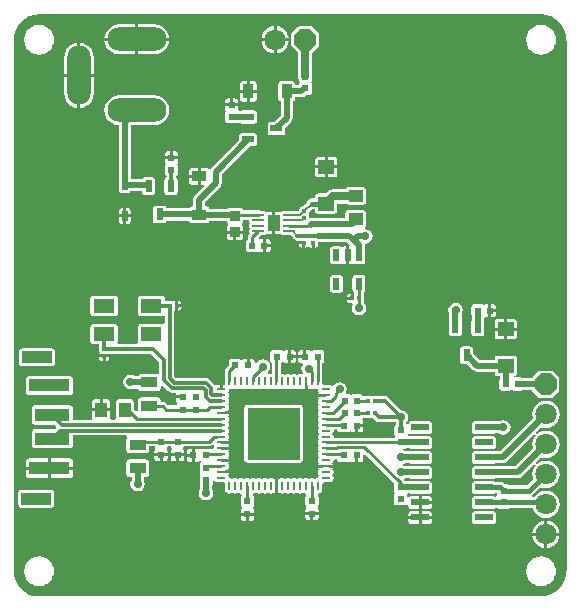
<source format=gtl>
G04 Layer_Physical_Order=1*
G04 Layer_Color=255*
%FSLAX43Y43*%
%MOMM*%
G71*
G01*
G75*
%ADD10R,3.000X1.120*%
%ADD11R,3.500X1.120*%
%ADD12R,0.600X0.600*%
%ADD13R,1.500X0.600*%
%ADD14R,0.600X0.600*%
%ADD15R,0.850X0.850*%
%ADD16R,0.300X0.300*%
%ADD17R,0.300X0.300*%
%ADD18R,1.120X1.350*%
%ADD19R,1.000X0.200*%
%ADD20O,0.800X0.250*%
%ADD21O,0.250X0.800*%
%ADD22R,4.400X4.400*%
%ADD23R,0.600X1.000*%
%ADD24R,1.400X0.950*%
%ADD25R,1.250X1.000*%
%ADD26R,1.000X1.250*%
%ADD27R,0.500X0.850*%
%ADD28R,1.220X0.910*%
%ADD29R,1.400X1.200*%
%ADD30R,0.910X1.220*%
%ADD31R,1.000X0.600*%
%ADD32R,1.800X1.200*%
%ADD33C,0.250*%
%ADD34C,0.254*%
%ADD35C,0.300*%
%ADD36C,0.500*%
%ADD37C,0.400*%
%ADD38C,0.700*%
%ADD39C,0.200*%
%ADD40R,2.500X1.000*%
%ADD41C,1.800*%
%ADD42P,1.948X8X292.5*%
%ADD43O,5.000X2.000*%
%ADD44O,2.000X5.000*%
%ADD45P,1.948X8X202.5*%
%ADD46C,0.700*%
%ADD47C,0.500*%
G36*
X45417Y49603D02*
X45818Y49481D01*
X46187Y49284D01*
X46511Y49018D01*
X46777Y48694D01*
X46974Y48325D01*
X47096Y47924D01*
X47136Y47512D01*
X47132Y47508D01*
X47132D01*
X47160Y47369D01*
X47164Y47363D01*
Y2625D01*
X47139Y2499D01*
X47139D01*
X47143Y2495D01*
X47103Y2083D01*
X46981Y1682D01*
X46784Y1313D01*
X46518Y989D01*
X46194Y723D01*
X45825Y526D01*
X45424Y404D01*
X45012Y364D01*
X45008Y368D01*
Y368D01*
X44974Y361D01*
X2623D01*
X2500Y361D01*
X2499Y361D01*
X2375Y369D01*
X2083Y397D01*
X1682Y519D01*
X1313Y716D01*
X989Y982D01*
X723Y1306D01*
X526Y1675D01*
X404Y2076D01*
X364Y2488D01*
X368Y2492D01*
X368D01*
X361Y2526D01*
Y47377D01*
X361Y47500D01*
X361Y47501D01*
X369Y47625D01*
X397Y47917D01*
X519Y48318D01*
X716Y48687D01*
X982Y49011D01*
X1306Y49277D01*
X1675Y49474D01*
X2076Y49596D01*
X2488Y49636D01*
X2492Y49632D01*
Y49632D01*
X2526Y49639D01*
X45048D01*
X45417Y49603D01*
D02*
G37*
%LPC*%
G36*
X7623Y17059D02*
X7250D01*
X7151Y17039D01*
X7067Y16983D01*
X7011Y16899D01*
X6991Y16800D01*
Y16302D01*
X7623D01*
Y17059D01*
D02*
G37*
G36*
X41800Y15291D02*
X41564Y15244D01*
X41497Y15199D01*
X41062D01*
X41024Y15224D01*
X40925Y15244D01*
X39425D01*
X39326Y15224D01*
X39242Y15168D01*
X39186Y15084D01*
X39166Y14985D01*
Y14385D01*
X39186Y14286D01*
X39242Y14202D01*
X39326Y14146D01*
X39425Y14126D01*
X40925D01*
X41024Y14146D01*
X41062Y14171D01*
X41467D01*
X41564Y14106D01*
X41800Y14059D01*
X42036Y14106D01*
X42235Y14240D01*
X42369Y14439D01*
X42416Y14675D01*
X42369Y14911D01*
X42235Y15110D01*
X42036Y15244D01*
X41800Y15291D01*
D02*
G37*
G36*
X45400Y16949D02*
X45099Y16909D01*
X44818Y16793D01*
X44577Y16608D01*
X44392Y16367D01*
X44276Y16086D01*
X44236Y15785D01*
X44276Y15484D01*
X44304Y15416D01*
X41547Y12659D01*
X41062D01*
X41024Y12684D01*
X40925Y12704D01*
X39425D01*
X39326Y12684D01*
X39242Y12628D01*
X39186Y12544D01*
X39166Y12445D01*
Y11845D01*
X39186Y11746D01*
X39242Y11662D01*
X39326Y11606D01*
X39425Y11586D01*
X40925D01*
X41024Y11606D01*
X41062Y11631D01*
X41760D01*
X41957Y11670D01*
X42123Y11782D01*
X44440Y14099D01*
X44536Y14015D01*
X44392Y13827D01*
X44276Y13546D01*
X44236Y13245D01*
X44276Y12944D01*
X44304Y12876D01*
X42817Y11389D01*
X41062D01*
X41024Y11414D01*
X40925Y11434D01*
X39425D01*
X39326Y11414D01*
X39242Y11358D01*
X39186Y11274D01*
X39166Y11175D01*
Y10575D01*
X39186Y10476D01*
X39242Y10392D01*
X39326Y10336D01*
X39425Y10316D01*
X40925D01*
X41024Y10336D01*
X41062Y10361D01*
X43030D01*
X43227Y10400D01*
X43393Y10512D01*
X44440Y11559D01*
X44536Y11475D01*
X44392Y11287D01*
X44276Y11006D01*
X44236Y10705D01*
X44276Y10404D01*
X44325Y10285D01*
X43828Y9788D01*
X42322D01*
X42308Y9808D01*
X42224Y9864D01*
X42125Y9884D01*
X41921D01*
X41872Y9932D01*
X41722Y10033D01*
X41545Y10068D01*
X41545Y10068D01*
X41122D01*
X41108Y10088D01*
X41024Y10144D01*
X40925Y10164D01*
X39425D01*
X39326Y10144D01*
X39242Y10088D01*
X39186Y10004D01*
X39166Y9905D01*
Y9305D01*
X39186Y9206D01*
X39242Y9122D01*
X39326Y9066D01*
X39425Y9046D01*
X40925D01*
X41024Y9066D01*
X41108Y9122D01*
X41122Y9142D01*
X41266D01*
Y9025D01*
X41284Y8937D01*
X41211Y8827D01*
X41129Y8820D01*
X41103Y8822D01*
X41024Y8874D01*
X40925Y8894D01*
X39425D01*
X39326Y8874D01*
X39242Y8818D01*
X39186Y8734D01*
X39166Y8635D01*
Y8035D01*
X39186Y7936D01*
X39242Y7852D01*
X39326Y7796D01*
X39425Y7776D01*
X40925D01*
X41024Y7796D01*
X41108Y7852D01*
X41122Y7872D01*
X41322D01*
X41342Y7842D01*
X41426Y7786D01*
X41525Y7766D01*
X42125D01*
X42224Y7786D01*
X42308Y7842D01*
X42322Y7862D01*
X44276D01*
X44392Y7583D01*
X44577Y7342D01*
X44818Y7157D01*
X45099Y7041D01*
X45400Y7001D01*
X45701Y7041D01*
X45982Y7157D01*
X46223Y7342D01*
X46408Y7583D01*
X46524Y7864D01*
X46564Y8165D01*
X46524Y8466D01*
X46408Y8747D01*
X46223Y8988D01*
X45982Y9173D01*
X45701Y9289D01*
X45400Y9329D01*
X45099Y9289D01*
X44818Y9173D01*
X44577Y8988D01*
X44423Y8788D01*
X44248D01*
X44223Y8915D01*
X44347Y8998D01*
X44980Y9630D01*
X45099Y9581D01*
X45400Y9541D01*
X45701Y9581D01*
X45982Y9697D01*
X46223Y9882D01*
X46408Y10123D01*
X46524Y10404D01*
X46564Y10705D01*
X46524Y11006D01*
X46408Y11287D01*
X46223Y11528D01*
X45982Y11713D01*
X45701Y11829D01*
X45400Y11869D01*
X45099Y11829D01*
X44818Y11713D01*
X44630Y11569D01*
X44546Y11665D01*
X45031Y12149D01*
X45099Y12121D01*
X45400Y12081D01*
X45701Y12121D01*
X45982Y12237D01*
X46223Y12422D01*
X46408Y12663D01*
X46524Y12944D01*
X46564Y13245D01*
X46524Y13546D01*
X46408Y13827D01*
X46223Y14068D01*
X45982Y14253D01*
X45701Y14369D01*
X45400Y14409D01*
X45099Y14369D01*
X44818Y14253D01*
X44630Y14109D01*
X44546Y14205D01*
X45031Y14689D01*
X45099Y14661D01*
X45400Y14621D01*
X45701Y14661D01*
X45982Y14777D01*
X46223Y14962D01*
X46408Y15203D01*
X46524Y15484D01*
X46564Y15785D01*
X46524Y16086D01*
X46408Y16367D01*
X46223Y16608D01*
X45982Y16793D01*
X45701Y16909D01*
X45400Y16949D01*
D02*
G37*
G36*
X5125Y19044D02*
X1625D01*
X1526Y19024D01*
X1442Y18968D01*
X1386Y18884D01*
X1366Y18785D01*
Y17665D01*
X1386Y17566D01*
X1442Y17482D01*
X1526Y17426D01*
X1625Y17406D01*
X5125D01*
X5224Y17426D01*
X5308Y17482D01*
X5364Y17566D01*
X5384Y17665D01*
Y18785D01*
X5364Y18884D01*
X5308Y18968D01*
X5224Y19024D01*
X5125Y19044D01*
D02*
G37*
G36*
X39000Y21534D02*
X38400D01*
X38301Y21514D01*
X38217Y21458D01*
X38161Y21374D01*
X38141Y21275D01*
Y20275D01*
X38161Y20176D01*
X38217Y20092D01*
X38301Y20036D01*
X38400Y20016D01*
X38732D01*
X39212Y19537D01*
X39378Y19425D01*
X39575Y19386D01*
X41066D01*
Y19300D01*
X41086Y19201D01*
X41142Y19117D01*
X41226Y19061D01*
X41325Y19041D01*
X41511D01*
Y18787D01*
X41486Y18749D01*
X41466Y18650D01*
Y18050D01*
X41486Y17951D01*
X41542Y17867D01*
X41626Y17811D01*
X41725Y17791D01*
X42325D01*
X42424Y17811D01*
X42426Y17812D01*
X42525Y17859D01*
X42624Y17812D01*
X42626Y17811D01*
X42725Y17791D01*
X43325D01*
X43424Y17811D01*
X43462Y17836D01*
X44249D01*
X44261Y17776D01*
X44317Y17692D01*
X44767Y17242D01*
X44851Y17186D01*
X44950Y17166D01*
X45850D01*
X45949Y17186D01*
X46033Y17242D01*
X46483Y17692D01*
X46539Y17776D01*
X46559Y17875D01*
Y18775D01*
X46539Y18874D01*
X46483Y18958D01*
X46033Y19408D01*
X45949Y19464D01*
X45850Y19484D01*
X44950D01*
X44851Y19464D01*
X44767Y19408D01*
X44317Y18958D01*
X44261Y18874D01*
X44259Y18864D01*
X43462D01*
X43424Y18889D01*
X43325Y18909D01*
X42768D01*
X42687Y18988D01*
X42668Y19027D01*
X42672Y19041D01*
X42725D01*
X42824Y19061D01*
X42908Y19117D01*
X42964Y19201D01*
X42984Y19300D01*
Y20500D01*
X42964Y20599D01*
X42908Y20683D01*
X42824Y20739D01*
X42725Y20759D01*
X41325D01*
X41226Y20739D01*
X41142Y20683D01*
X41086Y20599D01*
X41066Y20500D01*
Y20414D01*
X39788D01*
X39259Y20943D01*
Y21275D01*
X39239Y21374D01*
X39183Y21458D01*
X39099Y21514D01*
X39000Y21534D01*
D02*
G37*
G36*
X8250Y17059D02*
X7877D01*
Y16302D01*
X8509D01*
Y16800D01*
X8489Y16899D01*
X8433Y16983D01*
X8349Y17039D01*
X8250Y17059D01*
D02*
G37*
G36*
X14098Y12223D02*
X13666D01*
Y12050D01*
X13686Y11951D01*
X13742Y11867D01*
X13826Y11811D01*
X13925Y11791D01*
X14098D01*
Y12223D01*
D02*
G37*
G36*
X13384D02*
X12952D01*
Y11791D01*
X13125D01*
X13224Y11811D01*
X13308Y11867D01*
X13364Y11951D01*
X13384Y12050D01*
Y12223D01*
D02*
G37*
G36*
X12698D02*
X12266D01*
Y12050D01*
X12286Y11951D01*
X12342Y11867D01*
X12426Y11811D01*
X12525Y11791D01*
X12698D01*
Y12223D01*
D02*
G37*
G36*
X40925Y13974D02*
X39425D01*
X39326Y13954D01*
X39242Y13898D01*
X39186Y13814D01*
X39166Y13715D01*
Y13115D01*
X39186Y13016D01*
X39242Y12932D01*
X39326Y12876D01*
X39425Y12856D01*
X40925D01*
X41024Y12876D01*
X41108Y12932D01*
X41164Y13016D01*
X41184Y13115D01*
Y13715D01*
X41164Y13814D01*
X41108Y13898D01*
X41024Y13954D01*
X40925Y13974D01*
D02*
G37*
G36*
X15423Y12884D02*
X15250D01*
X15151Y12864D01*
X15067Y12808D01*
X15011Y12724D01*
X14991Y12625D01*
Y12452D01*
X15423D01*
Y12884D01*
D02*
G37*
G36*
X14784Y12223D02*
X14352D01*
Y11791D01*
X14525D01*
X14624Y11811D01*
X14708Y11867D01*
X14764Y11951D01*
X14784Y12050D01*
Y12223D01*
D02*
G37*
G36*
X3575Y21359D02*
X1075D01*
X976Y21339D01*
X892Y21283D01*
X836Y21199D01*
X816Y21100D01*
Y20100D01*
X836Y20001D01*
X892Y19917D01*
X976Y19861D01*
X1075Y19841D01*
X3575D01*
X3674Y19861D01*
X3758Y19917D01*
X3814Y20001D01*
X3834Y20100D01*
Y21100D01*
X3814Y21199D01*
X3758Y21283D01*
X3674Y21339D01*
X3575Y21359D01*
D02*
G37*
G36*
X41898Y23859D02*
X41325D01*
X41226Y23839D01*
X41142Y23783D01*
X41086Y23699D01*
X41066Y23600D01*
Y23127D01*
X41898D01*
Y23859D01*
D02*
G37*
G36*
X37775Y25241D02*
X37539Y25194D01*
X37340Y25060D01*
X37206Y24861D01*
X37159Y24625D01*
X37206Y24389D01*
X37236Y24344D01*
Y23812D01*
X37211Y23774D01*
X37191Y23675D01*
Y22675D01*
X37211Y22576D01*
X37267Y22492D01*
X37351Y22436D01*
X37450Y22416D01*
X38050D01*
X38149Y22436D01*
X38233Y22492D01*
X38289Y22576D01*
X38309Y22675D01*
Y23675D01*
X38289Y23774D01*
X38264Y23812D01*
Y24269D01*
X38344Y24389D01*
X38391Y24625D01*
X38344Y24861D01*
X38210Y25060D01*
X38011Y25194D01*
X37775Y25241D01*
D02*
G37*
G36*
X42984Y22873D02*
X42152D01*
Y22141D01*
X42725D01*
X42824Y22161D01*
X42908Y22217D01*
X42964Y22301D01*
X42984Y22400D01*
Y22873D01*
D02*
G37*
G36*
X41209Y24423D02*
X40777D01*
Y23991D01*
X40950D01*
X41049Y24011D01*
X41133Y24067D01*
X41189Y24151D01*
X41209Y24250D01*
Y24423D01*
D02*
G37*
G36*
X12900Y25834D02*
X11100D01*
X11001Y25814D01*
X10917Y25758D01*
X10861Y25674D01*
X10841Y25575D01*
Y24375D01*
X10861Y24276D01*
X10917Y24192D01*
X11001Y24136D01*
X11100Y24116D01*
X12900D01*
X12999Y24136D01*
X13011Y24144D01*
X13138Y24076D01*
Y23474D01*
X13011Y23406D01*
X12999Y23414D01*
X12900Y23434D01*
X11100D01*
X11001Y23414D01*
X10917Y23358D01*
X10861Y23274D01*
X10841Y23175D01*
Y21975D01*
X10861Y21876D01*
X10869Y21864D01*
X10801Y21737D01*
X9199D01*
X9131Y21864D01*
X9139Y21876D01*
X9159Y21975D01*
Y23175D01*
X9139Y23274D01*
X9083Y23358D01*
X8999Y23414D01*
X8900Y23434D01*
X7100D01*
X7001Y23414D01*
X6917Y23358D01*
X6861Y23274D01*
X6841Y23175D01*
Y21975D01*
X6861Y21876D01*
X6917Y21792D01*
X7001Y21736D01*
X7100Y21716D01*
X7588D01*
Y21325D01*
X7591Y21310D01*
Y21175D01*
X7611Y21076D01*
X7645Y21025D01*
X7611Y20974D01*
X7591Y20875D01*
Y20852D01*
X8409D01*
Y20875D01*
X8440Y20913D01*
X12004D01*
X12688Y20229D01*
Y19288D01*
X12561Y19202D01*
X12525Y19209D01*
X11125D01*
X11026Y19189D01*
X10942Y19133D01*
X10886Y19049D01*
X10874Y18989D01*
X10618D01*
X10461Y19094D01*
X10225Y19141D01*
X9989Y19094D01*
X9790Y18960D01*
X9656Y18761D01*
X9609Y18525D01*
X9656Y18289D01*
X9790Y18090D01*
X9989Y17956D01*
X10225Y17909D01*
X10461Y17956D01*
X10468Y17961D01*
X10874D01*
X10886Y17901D01*
X10942Y17817D01*
X11026Y17761D01*
X11125Y17741D01*
X12525D01*
X12624Y17761D01*
X12708Y17817D01*
X12764Y17901D01*
X12784Y18000D01*
Y18204D01*
X12911Y18256D01*
X13434Y17734D01*
X13567Y17644D01*
X13725Y17613D01*
X14064D01*
X14116Y17550D01*
Y17377D01*
X14675D01*
Y17123D01*
X14116D01*
Y16950D01*
X14136Y16851D01*
X14192Y16767D01*
Y16639D01*
X14119Y16536D01*
X13435D01*
X13223Y16748D01*
X13098Y16832D01*
X12950Y16861D01*
X12784D01*
Y16950D01*
X12764Y17049D01*
X12708Y17133D01*
X12624Y17189D01*
X12525Y17209D01*
X11125D01*
X11026Y17189D01*
X10942Y17133D01*
X10886Y17049D01*
X10866Y16950D01*
Y16085D01*
X10739Y16032D01*
X10509Y16263D01*
Y16800D01*
X10489Y16899D01*
X10433Y16983D01*
X10349Y17039D01*
X10250Y17059D01*
X9250D01*
X9151Y17039D01*
X9067Y16983D01*
X9011Y16899D01*
X8991Y16800D01*
Y15550D01*
X9011Y15451D01*
X9019Y15439D01*
X8951Y15312D01*
X8549D01*
X8481Y15439D01*
X8489Y15451D01*
X8509Y15550D01*
Y16048D01*
X7750D01*
X6991D01*
Y15550D01*
X7011Y15451D01*
X7019Y15439D01*
X6951Y15312D01*
X5384D01*
Y16285D01*
X5364Y16384D01*
X5308Y16468D01*
X5224Y16524D01*
X5125Y16544D01*
X2125D01*
X2026Y16524D01*
X1942Y16468D01*
X1886Y16384D01*
X1866Y16285D01*
Y15165D01*
X1886Y15066D01*
X1942Y14982D01*
X2026Y14926D01*
X2125Y14906D01*
X3861D01*
X3967Y14801D01*
X3953Y14635D01*
X3861Y14544D01*
X2125D01*
X2026Y14524D01*
X1942Y14468D01*
X1886Y14384D01*
X1866Y14285D01*
Y13165D01*
X1886Y13066D01*
X1942Y12982D01*
X2026Y12926D01*
X2125Y12906D01*
X5125D01*
X5224Y12926D01*
X5308Y12982D01*
X5364Y13066D01*
X5384Y13165D01*
Y13988D01*
X9896D01*
X9927Y13942D01*
X9952Y13861D01*
X9911Y13799D01*
X9891Y13700D01*
Y12750D01*
X9911Y12651D01*
X9967Y12567D01*
X10051Y12511D01*
X10150Y12491D01*
X11550D01*
X11649Y12511D01*
X11733Y12567D01*
X11789Y12651D01*
X11809Y12750D01*
Y13064D01*
X12283D01*
X12286Y13051D01*
X12342Y12967D01*
Y12833D01*
X12286Y12749D01*
X12266Y12650D01*
Y12477D01*
X13384D01*
Y12650D01*
X13364Y12749D01*
X13308Y12833D01*
Y12961D01*
X13381Y13064D01*
X13683D01*
X13686Y13051D01*
X13742Y12967D01*
Y12833D01*
X13686Y12749D01*
X13666Y12650D01*
Y12477D01*
X14784D01*
Y12650D01*
X14764Y12749D01*
X14708Y12833D01*
Y12961D01*
X14781Y13064D01*
X16850D01*
X16998Y13093D01*
X17123Y13177D01*
X17136Y13189D01*
X17276Y13163D01*
X17314Y13079D01*
X17293Y13048D01*
X17264Y12900D01*
X17266Y12887D01*
X17248Y12865D01*
X17133Y12808D01*
X17049Y12864D01*
X16950Y12884D01*
X16350D01*
X16251Y12864D01*
X16167Y12808D01*
X16033D01*
X15949Y12864D01*
X15850Y12884D01*
X15677D01*
Y12325D01*
Y11766D01*
X15850D01*
X15949Y11786D01*
X16033Y11842D01*
X16167D01*
Y11708D01*
X16111Y11624D01*
X16091Y11525D01*
Y10925D01*
X16111Y10826D01*
X16112Y10824D01*
X16159Y10725D01*
X16112Y10626D01*
X16111Y10624D01*
X16091Y10525D01*
Y9925D01*
X16111Y9826D01*
X16136Y9788D01*
Y9443D01*
X16081Y9361D01*
X16034Y9125D01*
X16081Y8889D01*
X16215Y8690D01*
X16414Y8556D01*
X16650Y8509D01*
X16886Y8556D01*
X17085Y8690D01*
X17219Y8889D01*
X17266Y9125D01*
X17219Y9361D01*
X17164Y9443D01*
Y9788D01*
X17189Y9826D01*
X17209Y9925D01*
Y10149D01*
X17336Y10188D01*
X17377Y10127D01*
X17502Y10043D01*
X17650Y10014D01*
X18091D01*
X18201Y10001D01*
X18214Y9891D01*
Y9450D01*
X18243Y9302D01*
X18327Y9177D01*
X18452Y9093D01*
X18600Y9064D01*
X18748Y9093D01*
X18850Y9161D01*
X18952Y9093D01*
X19100Y9064D01*
X19248Y9093D01*
X19350Y9161D01*
X19452Y9093D01*
X19600Y9064D01*
X19639Y8942D01*
X19642Y8908D01*
X19586Y8824D01*
X19566Y8725D01*
Y8125D01*
X19586Y8026D01*
X19642Y7942D01*
Y7808D01*
X19586Y7724D01*
X19566Y7625D01*
Y7452D01*
X20684D01*
Y7625D01*
X20664Y7724D01*
X20608Y7808D01*
Y7942D01*
X20664Y8026D01*
X20684Y8125D01*
Y8725D01*
X20664Y8824D01*
X20608Y8908D01*
X20556Y8943D01*
X20596Y9053D01*
X20603Y9064D01*
X20748Y9093D01*
X20850Y9161D01*
X20952Y9093D01*
X21100Y9064D01*
X21248Y9093D01*
X21350Y9161D01*
X21452Y9093D01*
X21600Y9064D01*
X21748Y9093D01*
X21850Y9161D01*
X21952Y9093D01*
X22100Y9064D01*
X22248Y9093D01*
X22350Y9161D01*
X22452Y9093D01*
X22473Y9089D01*
Y9382D01*
X22486Y9450D01*
Y9725D01*
Y10000D01*
X22473Y10068D01*
Y10361D01*
X22452Y10357D01*
X22350Y10289D01*
X22248Y10357D01*
X22100Y10386D01*
X21952Y10357D01*
X21850Y10289D01*
X21748Y10357D01*
X21600Y10386D01*
X21452Y10357D01*
X21350Y10289D01*
X21248Y10357D01*
X21100Y10386D01*
X20952Y10357D01*
X20850Y10289D01*
X20748Y10357D01*
X20600Y10386D01*
X20452Y10357D01*
X20350Y10289D01*
X20248Y10357D01*
X20100Y10386D01*
X19952Y10357D01*
X19850Y10289D01*
X19748Y10357D01*
X19600Y10386D01*
X19452Y10357D01*
X19350Y10289D01*
X19248Y10357D01*
X19100Y10386D01*
X18952Y10357D01*
X18850Y10289D01*
X18748Y10357D01*
X18709Y10365D01*
X18597Y10397D01*
X18565Y10509D01*
X18557Y10548D01*
X18489Y10650D01*
X18557Y10752D01*
X18561Y10773D01*
X18268D01*
X18200Y10786D01*
X17925D01*
Y11011D01*
X17935Y11014D01*
X18200D01*
X18268Y11027D01*
X18561D01*
X18557Y11048D01*
X18489Y11150D01*
X18557Y11252D01*
X18586Y11400D01*
X18557Y11548D01*
X18489Y11650D01*
X18557Y11752D01*
X18561Y11773D01*
X18268D01*
X18200Y11786D01*
X17935D01*
X17925Y11789D01*
Y12012D01*
X17935Y12014D01*
X18200D01*
X18268Y12027D01*
X18561D01*
X18557Y12048D01*
X18489Y12150D01*
X18557Y12252D01*
X18586Y12400D01*
X18557Y12548D01*
X18489Y12650D01*
X18557Y12752D01*
X18561Y12773D01*
X18268D01*
X18200Y12787D01*
X17935D01*
X17925Y12789D01*
Y13027D01*
X18561D01*
X18557Y13048D01*
X18489Y13150D01*
X18557Y13252D01*
X18561Y13273D01*
X17925D01*
Y13514D01*
X18200D01*
X18268Y13527D01*
X18561D01*
X18557Y13548D01*
X18489Y13650D01*
X18557Y13752D01*
X18586Y13900D01*
X18557Y14048D01*
X18489Y14150D01*
X18557Y14252D01*
X18586Y14400D01*
X18557Y14548D01*
X18489Y14650D01*
X18557Y14752D01*
X18586Y14900D01*
X18557Y15048D01*
X18489Y15150D01*
X18557Y15252D01*
X18586Y15400D01*
X18557Y15548D01*
X18489Y15650D01*
X18557Y15752D01*
X18561Y15773D01*
X18268D01*
X18200Y15787D01*
X17925D01*
Y16014D01*
X18200D01*
X18268Y16027D01*
X18561D01*
X18557Y16048D01*
X18489Y16150D01*
X18557Y16252D01*
X18586Y16400D01*
X18557Y16548D01*
X18489Y16650D01*
X18557Y16752D01*
X18586Y16900D01*
X18557Y17048D01*
X18489Y17150D01*
X18557Y17252D01*
X18586Y17400D01*
X18557Y17548D01*
X18489Y17650D01*
X18557Y17752D01*
X18565Y17791D01*
X18597Y17903D01*
X18709Y17935D01*
X18748Y17943D01*
X18850Y18011D01*
X18952Y17943D01*
X19100Y17914D01*
X19248Y17943D01*
X19350Y18011D01*
X19452Y17943D01*
X19600Y17914D01*
X19748Y17943D01*
X19850Y18011D01*
X19952Y17943D01*
X20100Y17914D01*
X20248Y17943D01*
X20350Y18011D01*
X20452Y17943D01*
X20600Y17914D01*
X20748Y17943D01*
X20850Y18011D01*
X20952Y17943D01*
X21100Y17914D01*
X21248Y17943D01*
X21350Y18011D01*
X21452Y17943D01*
X21600Y17914D01*
X21748Y17943D01*
X21850Y18011D01*
X21952Y17943D01*
X22100Y17914D01*
X22248Y17943D01*
X22350Y18011D01*
X22452Y17943D01*
X22600Y17914D01*
X22748Y17943D01*
X22850Y18011D01*
X22952Y17943D01*
X23100Y17914D01*
X23248Y17943D01*
X23350Y18011D01*
X23452Y17943D01*
X23600Y17914D01*
X23748Y17943D01*
X23850Y18011D01*
X23952Y17943D01*
X24100Y17914D01*
X24248Y17943D01*
X24350Y18011D01*
X24452Y17943D01*
X24600Y17914D01*
X24748Y17943D01*
X24850Y18011D01*
X24952Y17943D01*
X24973Y17939D01*
Y18232D01*
X24986Y18300D01*
Y18575D01*
X25214D01*
Y18300D01*
X25227Y18232D01*
Y17939D01*
X25248Y17943D01*
X25350Y18011D01*
X25452Y17943D01*
X25600Y17914D01*
X25748Y17943D01*
X25850Y18011D01*
X25952Y17943D01*
X25991Y17935D01*
X26114Y17900D01*
X26143Y17752D01*
X26211Y17650D01*
X26143Y17548D01*
X26139Y17527D01*
X26432D01*
X26500Y17514D01*
X26775D01*
Y17286D01*
X26500D01*
X26432Y17273D01*
X26139D01*
X26143Y17252D01*
X26211Y17150D01*
X26143Y17048D01*
X26114Y16900D01*
X26143Y16752D01*
X26211Y16650D01*
X26143Y16548D01*
X26114Y16400D01*
X26143Y16252D01*
X26211Y16150D01*
X26143Y16048D01*
X26114Y15900D01*
X26143Y15752D01*
X26211Y15650D01*
X26143Y15548D01*
X26114Y15400D01*
X26143Y15252D01*
X26211Y15150D01*
X26143Y15048D01*
X26114Y14900D01*
X26143Y14752D01*
X26211Y14650D01*
X26143Y14548D01*
X26114Y14400D01*
X26143Y14252D01*
X26211Y14150D01*
X26143Y14048D01*
X26114Y13900D01*
X26143Y13752D01*
X26211Y13650D01*
X26143Y13548D01*
X26114Y13400D01*
X26143Y13252D01*
X26211Y13150D01*
X26143Y13048D01*
X26114Y12900D01*
X26143Y12752D01*
X26211Y12650D01*
X26143Y12548D01*
X26114Y12400D01*
X26143Y12252D01*
X26211Y12150D01*
X26143Y12048D01*
X26114Y11900D01*
X26143Y11752D01*
X26211Y11650D01*
X26143Y11548D01*
X26139Y11527D01*
X26432D01*
X26500Y11514D01*
X26775D01*
X27050D01*
X27118Y11527D01*
X27411D01*
X27407Y11548D01*
X27339Y11650D01*
X27407Y11752D01*
X27436Y11900D01*
X27434Y11913D01*
X27514Y12012D01*
X27744D01*
X27761Y11926D01*
X27817Y11842D01*
X27901Y11786D01*
X28000Y11766D01*
X28600D01*
X28699Y11786D01*
X28783Y11842D01*
X28917D01*
X29001Y11786D01*
X29100Y11766D01*
X29273D01*
Y12325D01*
X29527D01*
Y11766D01*
X29700D01*
X29799Y11786D01*
X29883Y11842D01*
X29939Y11926D01*
X29959Y12025D01*
Y12354D01*
X30076Y12402D01*
X32543Y9935D01*
X32541Y9925D01*
Y9325D01*
X32561Y9226D01*
X32562Y9224D01*
X32609Y9125D01*
X32562Y9026D01*
X32561Y9024D01*
X32541Y8925D01*
Y8325D01*
X32561Y8226D01*
X32617Y8142D01*
X32701Y8086D01*
X32800Y8066D01*
X33400D01*
X33499Y8086D01*
X33583Y8142D01*
X33639Y8226D01*
X33766Y8212D01*
Y8035D01*
X33786Y7936D01*
X33842Y7852D01*
X33926Y7796D01*
X34025Y7776D01*
X34648D01*
Y8335D01*
Y8894D01*
X34025D01*
X33926Y8874D01*
X33842Y8818D01*
X33786Y8734D01*
X33659Y8748D01*
Y8925D01*
X33651Y8964D01*
X33736Y9091D01*
X33888D01*
X33926Y9066D01*
X34025Y9046D01*
X35525D01*
X35624Y9066D01*
X35708Y9122D01*
X35764Y9206D01*
X35784Y9305D01*
Y9905D01*
X35764Y10004D01*
X35708Y10088D01*
X35624Y10144D01*
X35525Y10164D01*
X34025D01*
X33926Y10144D01*
X33888Y10119D01*
X33567D01*
X33499Y10164D01*
X33400Y10184D01*
X33397Y10243D01*
X33500Y10361D01*
X33888D01*
X33926Y10336D01*
X34025Y10316D01*
X35525D01*
X35624Y10336D01*
X35708Y10392D01*
X35764Y10476D01*
X35784Y10575D01*
Y11175D01*
X35764Y11274D01*
X35708Y11358D01*
X35624Y11414D01*
X35525Y11434D01*
X34025D01*
X33926Y11414D01*
X33888Y11389D01*
X33418D01*
X33336Y11444D01*
X33329Y11445D01*
Y11575D01*
X33361Y11581D01*
X33443Y11636D01*
X33880D01*
X33926Y11606D01*
X34025Y11586D01*
X35525D01*
X35624Y11606D01*
X35708Y11662D01*
X35764Y11746D01*
X35784Y11845D01*
Y12445D01*
X35764Y12544D01*
X35708Y12628D01*
X35624Y12684D01*
X35525Y12704D01*
X34025D01*
X33926Y12684D01*
X33895Y12664D01*
X33443D01*
X33361Y12719D01*
X33260Y12739D01*
X33272Y12866D01*
X33450D01*
X33549Y12886D01*
X33572Y12901D01*
X33888D01*
X33926Y12876D01*
X34025Y12856D01*
X35525D01*
X35624Y12876D01*
X35708Y12932D01*
X35764Y13016D01*
X35784Y13115D01*
Y13715D01*
X35764Y13814D01*
X35708Y13898D01*
X35624Y13954D01*
X35525Y13974D01*
X34025D01*
X33926Y13954D01*
X33888Y13929D01*
X33777D01*
X33747Y13962D01*
X33695Y14056D01*
X33725Y14170D01*
X33842Y14202D01*
X33842Y14202D01*
X33926Y14146D01*
X34025Y14126D01*
X35525D01*
X35624Y14146D01*
X35708Y14202D01*
X35764Y14286D01*
X35784Y14385D01*
Y14985D01*
X35764Y15084D01*
X35708Y15168D01*
X35624Y15224D01*
X35525Y15244D01*
X34025D01*
X33926Y15224D01*
X33842Y15168D01*
X33786Y15084D01*
X33766Y14985D01*
Y14981D01*
X33642Y14932D01*
X33600Y14963D01*
X33585Y15090D01*
X33719Y15289D01*
X33766Y15525D01*
X33719Y15761D01*
X33585Y15960D01*
X33386Y16094D01*
X33150Y16141D01*
X33122Y16135D01*
X32041Y17216D01*
X31908Y17306D01*
X31750Y17337D01*
X30925D01*
X30910Y17334D01*
X30775D01*
X30676Y17314D01*
X30625Y17280D01*
X30574Y17314D01*
X30475Y17334D01*
X30175D01*
X30076Y17314D01*
X30075Y17313D01*
X29916D01*
X29914Y17324D01*
X29858Y17408D01*
X29774Y17464D01*
X29675Y17484D01*
X29075D01*
X28976Y17464D01*
X28974Y17463D01*
X28875Y17416D01*
X28776Y17463D01*
X28774Y17464D01*
X28675Y17484D01*
X28533D01*
X28473Y17596D01*
X28519Y17664D01*
X28566Y17900D01*
X28519Y18136D01*
X28385Y18335D01*
X28186Y18469D01*
X27950Y18516D01*
X27714Y18469D01*
X27515Y18335D01*
X27441Y18226D01*
X27324Y18173D01*
X27283Y18200D01*
X27198Y18257D01*
X27050Y18286D01*
X26609D01*
X26499Y18299D01*
X26486Y18409D01*
Y18565D01*
X26488Y18575D01*
Y20134D01*
X26499Y20136D01*
X26583Y20192D01*
X26639Y20276D01*
X26659Y20375D01*
Y20975D01*
X26639Y21074D01*
X26583Y21158D01*
X26499Y21214D01*
X26400Y21234D01*
X25800D01*
X25701Y21214D01*
X25617Y21158D01*
X25483D01*
X25399Y21214D01*
X25300Y21234D01*
X25127D01*
Y20675D01*
X25000D01*
Y20548D01*
X24441D01*
Y20375D01*
X24461Y20276D01*
X24517Y20192D01*
X24601Y20136D01*
X24700Y20116D01*
X24757D01*
X24825Y19989D01*
X24756Y19886D01*
X24709Y19650D01*
X24756Y19414D01*
X24828Y19306D01*
X24762Y19224D01*
X24741Y19208D01*
X24600Y19236D01*
X24452Y19207D01*
X24350Y19139D01*
X24248Y19207D01*
X24100Y19236D01*
X23952Y19207D01*
X23850Y19139D01*
X23748Y19207D01*
X23600Y19236D01*
X23452Y19207D01*
X23350Y19139D01*
X23248Y19207D01*
X23100Y19236D01*
X23087Y19234D01*
X22988Y19314D01*
Y20129D01*
X23024Y20136D01*
X23108Y20192D01*
X23242D01*
X23326Y20136D01*
X23425Y20116D01*
X23598D01*
Y20675D01*
Y21234D01*
X23425D01*
X23326Y21214D01*
X23242Y21158D01*
X23108D01*
X23024Y21214D01*
X22925Y21234D01*
X22325D01*
X22226Y21214D01*
X22142Y21158D01*
X22086Y21074D01*
X22066Y20975D01*
Y20375D01*
X22086Y20276D01*
X22142Y20192D01*
X22212Y20145D01*
Y19314D01*
X22113Y19234D01*
X22100Y19236D01*
X21952Y19207D01*
X21920Y19186D01*
X21856Y19217D01*
X21846Y19363D01*
X21885Y19390D01*
X22019Y19589D01*
X22066Y19825D01*
X22019Y20061D01*
X21885Y20260D01*
X21686Y20394D01*
X21450Y20441D01*
X21214Y20394D01*
X21015Y20260D01*
X20886Y20068D01*
X20877Y20067D01*
X20759Y20130D01*
Y20225D01*
X20739Y20324D01*
X20683Y20408D01*
X20599Y20464D01*
X20500Y20484D01*
X20327D01*
Y19925D01*
X20073D01*
Y20484D01*
X19900D01*
X19801Y20464D01*
X19717Y20408D01*
X19583D01*
X19499Y20464D01*
X19400Y20484D01*
X18800D01*
X18701Y20464D01*
X18617Y20408D01*
X18561Y20324D01*
X18541Y20225D01*
Y19915D01*
X18325Y19700D01*
X18241Y19574D01*
X18212Y19425D01*
Y18575D01*
X18214Y18565D01*
Y18409D01*
X18201Y18299D01*
X18091Y18286D01*
X18052D01*
Y17900D01*
X17798D01*
Y18286D01*
X17650D01*
X17502Y18257D01*
X17418Y18201D01*
X17341Y18316D01*
X16916Y18741D01*
X16783Y18831D01*
X16625Y18862D01*
X14096D01*
X13962Y18996D01*
Y24535D01*
X14000Y24566D01*
X14023D01*
Y24975D01*
Y25384D01*
X14000D01*
X13901Y25364D01*
X13850Y25330D01*
X13799Y25364D01*
X13700Y25384D01*
X13565D01*
X13550Y25387D01*
X13159D01*
Y25575D01*
X13139Y25674D01*
X13083Y25758D01*
X12999Y25814D01*
X12900Y25834D01*
D02*
G37*
G36*
X42725Y23859D02*
X42152D01*
Y23127D01*
X42984D01*
Y23600D01*
X42964Y23699D01*
X42908Y23783D01*
X42824Y23839D01*
X42725Y23859D01*
D02*
G37*
G36*
X8409Y20598D02*
X8127D01*
Y20316D01*
X8150D01*
X8249Y20336D01*
X8333Y20392D01*
X8389Y20476D01*
X8409Y20575D01*
Y20598D01*
D02*
G37*
G36*
X7873D02*
X7591D01*
Y20575D01*
X7611Y20476D01*
X7667Y20392D01*
X7751Y20336D01*
X7850Y20316D01*
X7873D01*
Y20598D01*
D02*
G37*
G36*
X24284Y20548D02*
X23852D01*
Y20116D01*
X24025D01*
X24124Y20136D01*
X24208Y20192D01*
X24264Y20276D01*
X24284Y20375D01*
Y20548D01*
D02*
G37*
G36*
X41898Y22873D02*
X41066D01*
Y22400D01*
X41086Y22301D01*
X41142Y22217D01*
X41226Y22161D01*
X41325Y22141D01*
X41898D01*
Y22873D01*
D02*
G37*
G36*
X24025Y21234D02*
X23852D01*
Y20802D01*
X24284D01*
Y20975D01*
X24264Y21074D01*
X24208Y21158D01*
X24124Y21214D01*
X24025Y21234D01*
D02*
G37*
G36*
X24873D02*
X24700D01*
X24601Y21214D01*
X24517Y21158D01*
X24461Y21074D01*
X24441Y20975D01*
Y20802D01*
X24873D01*
Y21234D01*
D02*
G37*
G36*
X15423Y12198D02*
X14991D01*
Y12025D01*
X15011Y11926D01*
X15067Y11842D01*
X15151Y11786D01*
X15250Y11766D01*
X15423D01*
Y12198D01*
D02*
G37*
G36*
X40925Y7624D02*
X39425D01*
X39326Y7604D01*
X39242Y7548D01*
X39186Y7464D01*
X39166Y7365D01*
Y6765D01*
X39186Y6666D01*
X39242Y6582D01*
X39326Y6526D01*
X39425Y6506D01*
X40925D01*
X41024Y6526D01*
X41108Y6582D01*
X41164Y6666D01*
X41184Y6765D01*
Y7365D01*
X41164Y7464D01*
X41108Y7548D01*
X41024Y7604D01*
X40925Y7624D01*
D02*
G37*
G36*
X35784Y6938D02*
X34902D01*
Y6506D01*
X35525D01*
X35624Y6526D01*
X35708Y6582D01*
X35764Y6666D01*
X35784Y6765D01*
Y6938D01*
D02*
G37*
G36*
X34648D02*
X33766D01*
Y6765D01*
X33786Y6666D01*
X33842Y6582D01*
X33926Y6526D01*
X34025Y6506D01*
X34648D01*
Y6938D01*
D02*
G37*
G36*
X25473Y7223D02*
X25041D01*
Y7050D01*
X25061Y6951D01*
X25117Y6867D01*
X25201Y6811D01*
X25300Y6791D01*
X25473D01*
Y7223D01*
D02*
G37*
G36*
X20684Y7198D02*
X20252D01*
Y6766D01*
X20425D01*
X20524Y6786D01*
X20608Y6842D01*
X20664Y6926D01*
X20684Y7025D01*
Y7198D01*
D02*
G37*
G36*
X19998D02*
X19566D01*
Y7025D01*
X19586Y6926D01*
X19642Y6842D01*
X19726Y6786D01*
X19825Y6766D01*
X19998D01*
Y7198D01*
D02*
G37*
G36*
X45273Y5498D02*
X44253D01*
X44276Y5324D01*
X44392Y5043D01*
X44577Y4802D01*
X44818Y4617D01*
X45099Y4501D01*
X45273Y4478D01*
Y5498D01*
D02*
G37*
G36*
X45000Y3768D02*
X44983Y3764D01*
X44966Y3765D01*
X44705Y3731D01*
X44673Y3720D01*
X44640Y3714D01*
X44397Y3613D01*
X44368Y3594D01*
X44338Y3579D01*
X44129Y3419D01*
X44107Y3393D01*
X44081Y3371D01*
X43921Y3162D01*
X43906Y3132D01*
X43887Y3103D01*
X43786Y2860D01*
X43780Y2827D01*
X43769Y2795D01*
X43735Y2534D01*
X43737Y2500D01*
X43735Y2466D01*
X43769Y2205D01*
X43780Y2173D01*
X43786Y2140D01*
X43887Y1897D01*
X43906Y1868D01*
X43921Y1838D01*
X44081Y1629D01*
X44107Y1607D01*
X44129Y1581D01*
X44338Y1421D01*
X44368Y1406D01*
X44397Y1387D01*
X44640Y1286D01*
X44673Y1280D01*
X44705Y1269D01*
X44966Y1235D01*
X44983Y1236D01*
X45000Y1232D01*
X45017Y1236D01*
X45034Y1235D01*
X45295Y1269D01*
X45327Y1280D01*
X45360Y1286D01*
X45603Y1387D01*
X45632Y1406D01*
X45662Y1421D01*
X45871Y1581D01*
X45893Y1607D01*
X45919Y1629D01*
X46079Y1838D01*
X46094Y1868D01*
X46113Y1897D01*
X46214Y2140D01*
X46220Y2173D01*
X46231Y2205D01*
X46265Y2466D01*
X46263Y2500D01*
X46265Y2534D01*
X46231Y2795D01*
X46220Y2827D01*
X46214Y2860D01*
X46113Y3103D01*
X46094Y3132D01*
X46079Y3162D01*
X45919Y3371D01*
X45893Y3393D01*
X45871Y3419D01*
X45662Y3579D01*
X45632Y3594D01*
X45603Y3613D01*
X45360Y3714D01*
X45327Y3720D01*
X45295Y3731D01*
X45034Y3765D01*
X45017Y3764D01*
X45000Y3768D01*
D02*
G37*
G36*
X2500D02*
X2483Y3764D01*
X2466Y3765D01*
X2205Y3731D01*
X2173Y3720D01*
X2140Y3714D01*
X1897Y3613D01*
X1868Y3594D01*
X1838Y3579D01*
X1629Y3419D01*
X1607Y3393D01*
X1581Y3371D01*
X1421Y3162D01*
X1406Y3132D01*
X1387Y3103D01*
X1286Y2860D01*
X1280Y2827D01*
X1269Y2795D01*
X1235Y2534D01*
X1237Y2500D01*
X1235Y2466D01*
X1269Y2205D01*
X1280Y2173D01*
X1286Y2140D01*
X1387Y1897D01*
X1406Y1868D01*
X1421Y1838D01*
X1581Y1629D01*
X1607Y1607D01*
X1629Y1581D01*
X1838Y1421D01*
X1868Y1406D01*
X1897Y1387D01*
X2140Y1286D01*
X2173Y1280D01*
X2205Y1269D01*
X2466Y1235D01*
X2483Y1236D01*
X2500Y1232D01*
X2517Y1236D01*
X2534Y1235D01*
X2795Y1269D01*
X2827Y1280D01*
X2860Y1286D01*
X3103Y1387D01*
X3132Y1406D01*
X3162Y1421D01*
X3371Y1581D01*
X3393Y1607D01*
X3419Y1629D01*
X3579Y1838D01*
X3594Y1868D01*
X3613Y1897D01*
X3714Y2140D01*
X3720Y2173D01*
X3731Y2205D01*
X3765Y2466D01*
X3763Y2500D01*
X3765Y2534D01*
X3731Y2795D01*
X3720Y2827D01*
X3714Y2860D01*
X3613Y3103D01*
X3594Y3132D01*
X3579Y3162D01*
X3419Y3371D01*
X3393Y3393D01*
X3371Y3419D01*
X3162Y3579D01*
X3132Y3594D01*
X3103Y3613D01*
X2860Y3714D01*
X2827Y3720D01*
X2795Y3731D01*
X2534Y3765D01*
X2517Y3764D01*
X2500Y3768D01*
D02*
G37*
G36*
X45527Y6772D02*
Y5752D01*
X46547D01*
X46524Y5926D01*
X46408Y6207D01*
X46223Y6448D01*
X45982Y6633D01*
X45701Y6749D01*
X45527Y6772D01*
D02*
G37*
G36*
X45273D02*
X45099Y6749D01*
X44818Y6633D01*
X44577Y6448D01*
X44392Y6207D01*
X44276Y5926D01*
X44253Y5752D01*
X45273D01*
Y6772D01*
D02*
G37*
G36*
X46547Y5498D02*
X45527D01*
Y4478D01*
X45701Y4501D01*
X45982Y4617D01*
X46223Y4802D01*
X46408Y5043D01*
X46524Y5324D01*
X46547Y5498D01*
D02*
G37*
G36*
X26159Y7223D02*
X25727D01*
Y6791D01*
X25900D01*
X25999Y6811D01*
X26083Y6867D01*
X26139Y6951D01*
X26159Y7050D01*
Y7223D01*
D02*
G37*
G36*
X5384Y11098D02*
X3502D01*
Y10406D01*
X5125D01*
X5224Y10426D01*
X5308Y10482D01*
X5364Y10566D01*
X5384Y10665D01*
Y11098D01*
D02*
G37*
G36*
X3248D02*
X1366D01*
Y10665D01*
X1386Y10566D01*
X1442Y10482D01*
X1526Y10426D01*
X1625Y10406D01*
X3248D01*
Y11098D01*
D02*
G37*
G36*
X27050Y11286D02*
X26775D01*
X26500D01*
X26432Y11273D01*
X26139D01*
X26143Y11252D01*
X26211Y11150D01*
X26143Y11048D01*
X26114Y10900D01*
X26143Y10752D01*
X26211Y10650D01*
X26143Y10548D01*
X26135Y10509D01*
X26103Y10397D01*
X25991Y10365D01*
X25952Y10357D01*
X25850Y10289D01*
X25748Y10357D01*
X25600Y10386D01*
X25452Y10357D01*
X25350Y10289D01*
X25248Y10357D01*
X25100Y10386D01*
X24952Y10357D01*
X24850Y10289D01*
X24748Y10357D01*
X24600Y10386D01*
X24452Y10357D01*
X24350Y10289D01*
X24248Y10357D01*
X24100Y10386D01*
X23952Y10357D01*
X23850Y10289D01*
X23748Y10357D01*
X23600Y10386D01*
X23452Y10357D01*
X23350Y10289D01*
X23248Y10357D01*
X23100Y10386D01*
X22952Y10357D01*
X22850Y10289D01*
X22748Y10357D01*
X22727Y10361D01*
Y10068D01*
X22714Y10000D01*
Y9725D01*
Y9450D01*
X22727Y9382D01*
Y9089D01*
X22748Y9093D01*
X22850Y9161D01*
X22952Y9093D01*
X23100Y9064D01*
X23248Y9093D01*
X23350Y9161D01*
X23452Y9093D01*
X23600Y9064D01*
X23748Y9093D01*
X23850Y9161D01*
X23952Y9093D01*
X24100Y9064D01*
X24248Y9093D01*
X24350Y9161D01*
X24452Y9093D01*
X24600Y9064D01*
X24748Y9093D01*
X24850Y9161D01*
X24952Y9093D01*
X25087Y9066D01*
X25107Y9028D01*
X25126Y8939D01*
X25117Y8933D01*
X25061Y8849D01*
X25041Y8750D01*
Y8150D01*
X25061Y8051D01*
X25117Y7967D01*
Y7833D01*
X25061Y7749D01*
X25041Y7650D01*
Y7477D01*
X26159D01*
Y7650D01*
X26139Y7749D01*
X26083Y7833D01*
Y7967D01*
X26139Y8051D01*
X26159Y8150D01*
Y8750D01*
X26139Y8849D01*
X26083Y8933D01*
X26074Y8939D01*
X26093Y9028D01*
X26113Y9066D01*
X26248Y9093D01*
X26373Y9177D01*
X26457Y9302D01*
X26486Y9450D01*
Y9891D01*
X26499Y10001D01*
X26609Y10014D01*
X27050D01*
X27198Y10043D01*
X27323Y10127D01*
X27407Y10252D01*
X27436Y10400D01*
X27407Y10548D01*
X27339Y10650D01*
X27407Y10752D01*
X27436Y10900D01*
X27407Y11048D01*
X27339Y11150D01*
X27407Y11252D01*
X27411Y11273D01*
X27118D01*
X27050Y11286D01*
D02*
G37*
G36*
X24550Y16609D02*
X20150D01*
X20051Y16589D01*
X19967Y16533D01*
X19911Y16449D01*
X19891Y16350D01*
Y11950D01*
X19911Y11851D01*
X19967Y11767D01*
X20051Y11711D01*
X20150Y11691D01*
X24550D01*
X24649Y11711D01*
X24733Y11767D01*
X24789Y11851D01*
X24809Y11950D01*
Y16350D01*
X24789Y16449D01*
X24733Y16533D01*
X24649Y16589D01*
X24550Y16609D01*
D02*
G37*
G36*
X5125Y12044D02*
X3502D01*
Y11352D01*
X5384D01*
Y11785D01*
X5364Y11884D01*
X5308Y11968D01*
X5224Y12024D01*
X5125Y12044D01*
D02*
G37*
G36*
X3248D02*
X1625D01*
X1526Y12024D01*
X1442Y11968D01*
X1386Y11884D01*
X1366Y11785D01*
Y11352D01*
X3248D01*
Y12044D01*
D02*
G37*
G36*
X35784Y8208D02*
X34902D01*
Y7776D01*
X35525D01*
X35624Y7796D01*
X35708Y7852D01*
X35764Y7936D01*
X35784Y8035D01*
Y8208D01*
D02*
G37*
G36*
X35525Y7624D02*
X34902D01*
Y7192D01*
X35784D01*
Y7365D01*
X35764Y7464D01*
X35708Y7548D01*
X35624Y7604D01*
X35525Y7624D01*
D02*
G37*
G36*
X34648D02*
X34025D01*
X33926Y7604D01*
X33842Y7548D01*
X33786Y7464D01*
X33766Y7365D01*
Y7192D01*
X34648D01*
Y7624D01*
D02*
G37*
G36*
X11550Y11959D02*
X10150D01*
X10051Y11939D01*
X9967Y11883D01*
X9911Y11799D01*
X9891Y11700D01*
Y10750D01*
X9911Y10651D01*
X9967Y10567D01*
X10051Y10511D01*
X10150Y10491D01*
X10336D01*
Y10193D01*
X10281Y10111D01*
X10234Y9875D01*
X10281Y9639D01*
X10415Y9440D01*
X10614Y9306D01*
X10850Y9259D01*
X11086Y9306D01*
X11285Y9440D01*
X11419Y9639D01*
X11466Y9875D01*
X11419Y10111D01*
X11364Y10193D01*
Y10491D01*
X11550D01*
X11649Y10511D01*
X11733Y10567D01*
X11789Y10651D01*
X11809Y10750D01*
Y11700D01*
X11789Y11799D01*
X11733Y11883D01*
X11649Y11939D01*
X11550Y11959D01*
D02*
G37*
G36*
X35525Y8894D02*
X34902D01*
Y8462D01*
X35784D01*
Y8635D01*
X35764Y8734D01*
X35708Y8818D01*
X35624Y8874D01*
X35525Y8894D01*
D02*
G37*
G36*
X3500Y9409D02*
X1000D01*
X901Y9389D01*
X817Y9333D01*
X761Y9249D01*
X741Y9150D01*
Y8150D01*
X761Y8051D01*
X817Y7967D01*
X901Y7911D01*
X1000Y7891D01*
X3500D01*
X3599Y7911D01*
X3683Y7967D01*
X3739Y8051D01*
X3759Y8150D01*
Y9150D01*
X3739Y9249D01*
X3683Y9333D01*
X3599Y9389D01*
X3500Y9409D01*
D02*
G37*
G36*
X8900Y25834D02*
X7100D01*
X7001Y25814D01*
X6917Y25758D01*
X6861Y25674D01*
X6841Y25575D01*
Y24375D01*
X6861Y24276D01*
X6917Y24192D01*
X7001Y24136D01*
X7100Y24116D01*
X8900D01*
X8999Y24136D01*
X9083Y24192D01*
X9139Y24276D01*
X9159Y24375D01*
Y25575D01*
X9139Y25674D01*
X9083Y25758D01*
X8999Y25814D01*
X8900Y25834D01*
D02*
G37*
G36*
X20073Y42998D02*
X19486D01*
Y42515D01*
X19506Y42416D01*
X19562Y42332D01*
X19646Y42276D01*
X19745Y42256D01*
X20073D01*
Y42998D01*
D02*
G37*
G36*
X19100Y42534D02*
X18927D01*
Y42102D01*
X19359D01*
Y42275D01*
X19339Y42374D01*
X19283Y42458D01*
X19199Y42514D01*
X19100Y42534D01*
D02*
G37*
G36*
X18673D02*
X18500D01*
X18401Y42514D01*
X18317Y42458D01*
X18261Y42374D01*
X18241Y42275D01*
Y42102D01*
X18673D01*
Y42534D01*
D02*
G37*
G36*
X20655Y43994D02*
X20327D01*
Y43252D01*
X20914D01*
Y43735D01*
X20894Y43834D01*
X20838Y43918D01*
X20754Y43974D01*
X20655Y43994D01*
D02*
G37*
G36*
X20073D02*
X19745D01*
X19646Y43974D01*
X19562Y43918D01*
X19506Y43834D01*
X19486Y43735D01*
Y43252D01*
X20073D01*
Y43994D01*
D02*
G37*
G36*
X20914Y42998D02*
X20327D01*
Y42256D01*
X20655D01*
X20754Y42276D01*
X20838Y42332D01*
X20894Y42416D01*
X20914Y42515D01*
Y42998D01*
D02*
G37*
G36*
X7140Y44348D02*
X6002D01*
Y41727D01*
X6202Y41753D01*
X6507Y41880D01*
X6769Y42081D01*
X6970Y42343D01*
X7097Y42648D01*
X7140Y42975D01*
Y44348D01*
D02*
G37*
G36*
X13573Y38059D02*
X13400D01*
X13301Y38039D01*
X13217Y37983D01*
X13161Y37899D01*
X13141Y37800D01*
Y37627D01*
X13573D01*
Y38059D01*
D02*
G37*
G36*
X27500Y37584D02*
X26927D01*
Y36852D01*
X27759D01*
Y37325D01*
X27739Y37424D01*
X27683Y37508D01*
X27599Y37564D01*
X27500Y37584D01*
D02*
G37*
G36*
X26673D02*
X26100D01*
X26001Y37564D01*
X25917Y37508D01*
X25861Y37424D01*
X25841Y37325D01*
Y36852D01*
X26673D01*
Y37584D01*
D02*
G37*
G36*
X5748Y44348D02*
X4610D01*
Y42975D01*
X4653Y42648D01*
X4780Y42343D01*
X4981Y42081D01*
X5243Y41880D01*
X5548Y41753D01*
X5748Y41727D01*
Y44348D01*
D02*
G37*
G36*
X19359Y41848D02*
X18241D01*
Y41675D01*
X18261Y41576D01*
X18262Y41574D01*
X18309Y41475D01*
X18262Y41376D01*
X18261Y41374D01*
X18241Y41275D01*
Y40675D01*
X18261Y40576D01*
X18317Y40492D01*
X18401Y40436D01*
X18500Y40416D01*
X19100D01*
X19199Y40436D01*
X19237Y40461D01*
X19525D01*
X19601Y40411D01*
X19700Y40391D01*
X20700D01*
X20799Y40411D01*
X20883Y40467D01*
X20939Y40551D01*
X20959Y40650D01*
Y41250D01*
X20939Y41349D01*
X20883Y41433D01*
X20799Y41489D01*
X20700Y41509D01*
X19700D01*
X19601Y41489D01*
X19600Y41489D01*
X19434D01*
X19408Y41512D01*
X19347Y41616D01*
X19359Y41675D01*
Y41848D01*
D02*
G37*
G36*
X14000Y38059D02*
X13827D01*
Y37627D01*
X14259D01*
Y37800D01*
X14239Y37899D01*
X14183Y37983D01*
X14099Y38039D01*
X14000Y38059D01*
D02*
G37*
G36*
X10648Y48790D02*
X9275D01*
X8948Y48747D01*
X8643Y48620D01*
X8381Y48419D01*
X8180Y48157D01*
X8053Y47852D01*
X8027Y47652D01*
X10648D01*
Y48790D01*
D02*
G37*
G36*
X22612Y48647D02*
Y47627D01*
X23632D01*
X23609Y47801D01*
X23493Y48082D01*
X23308Y48323D01*
X23067Y48508D01*
X22786Y48624D01*
X22612Y48647D01*
D02*
G37*
G36*
X22358Y48647D02*
X22184Y48624D01*
X21903Y48508D01*
X21662Y48323D01*
X21477Y48082D01*
X21361Y47801D01*
X21338Y47627D01*
X22358D01*
Y48647D01*
D02*
G37*
G36*
X45000Y48768D02*
X44983Y48764D01*
X44966Y48765D01*
X44705Y48731D01*
X44673Y48720D01*
X44640Y48714D01*
X44397Y48613D01*
X44368Y48594D01*
X44338Y48579D01*
X44129Y48419D01*
X44107Y48393D01*
X44081Y48371D01*
X43921Y48162D01*
X43906Y48132D01*
X43887Y48103D01*
X43786Y47860D01*
X43780Y47827D01*
X43769Y47795D01*
X43735Y47534D01*
X43737Y47500D01*
X43735Y47466D01*
X43769Y47205D01*
X43780Y47173D01*
X43786Y47140D01*
X43887Y46897D01*
X43906Y46868D01*
X43921Y46838D01*
X44081Y46629D01*
X44107Y46607D01*
X44129Y46581D01*
X44338Y46421D01*
X44368Y46406D01*
X44397Y46387D01*
X44640Y46286D01*
X44673Y46280D01*
X44705Y46269D01*
X44966Y46235D01*
X44983Y46236D01*
X45000Y46232D01*
X45017Y46236D01*
X45034Y46235D01*
X45295Y46269D01*
X45327Y46280D01*
X45360Y46286D01*
X45603Y46387D01*
X45632Y46406D01*
X45662Y46421D01*
X45871Y46581D01*
X45893Y46607D01*
X45919Y46629D01*
X46079Y46838D01*
X46094Y46868D01*
X46113Y46897D01*
X46214Y47140D01*
X46220Y47173D01*
X46231Y47205D01*
X46265Y47466D01*
X46263Y47500D01*
X46265Y47534D01*
X46231Y47795D01*
X46220Y47827D01*
X46214Y47860D01*
X46113Y48103D01*
X46094Y48132D01*
X46079Y48162D01*
X45919Y48371D01*
X45893Y48393D01*
X45871Y48419D01*
X45662Y48579D01*
X45632Y48594D01*
X45603Y48613D01*
X45360Y48714D01*
X45327Y48720D01*
X45295Y48731D01*
X45034Y48765D01*
X45017Y48764D01*
X45000Y48768D01*
D02*
G37*
G36*
X2500D02*
X2483Y48764D01*
X2466Y48765D01*
X2205Y48731D01*
X2173Y48720D01*
X2140Y48714D01*
X1897Y48613D01*
X1868Y48594D01*
X1838Y48579D01*
X1629Y48419D01*
X1607Y48393D01*
X1581Y48371D01*
X1421Y48162D01*
X1406Y48132D01*
X1387Y48103D01*
X1286Y47860D01*
X1280Y47827D01*
X1269Y47795D01*
X1235Y47534D01*
X1237Y47500D01*
X1235Y47466D01*
X1269Y47205D01*
X1280Y47173D01*
X1286Y47140D01*
X1387Y46897D01*
X1406Y46868D01*
X1421Y46838D01*
X1581Y46629D01*
X1607Y46607D01*
X1629Y46581D01*
X1838Y46421D01*
X1868Y46406D01*
X1897Y46387D01*
X2140Y46286D01*
X2173Y46280D01*
X2205Y46269D01*
X2466Y46235D01*
X2483Y46236D01*
X2500Y46232D01*
X2517Y46236D01*
X2534Y46235D01*
X2795Y46269D01*
X2827Y46280D01*
X2860Y46286D01*
X3103Y46387D01*
X3132Y46406D01*
X3162Y46421D01*
X3371Y46581D01*
X3393Y46607D01*
X3419Y46629D01*
X3579Y46838D01*
X3594Y46868D01*
X3613Y46897D01*
X3714Y47140D01*
X3720Y47173D01*
X3731Y47205D01*
X3765Y47466D01*
X3763Y47500D01*
X3765Y47534D01*
X3731Y47795D01*
X3720Y47827D01*
X3714Y47860D01*
X3613Y48103D01*
X3594Y48132D01*
X3579Y48162D01*
X3419Y48371D01*
X3393Y48393D01*
X3371Y48419D01*
X3162Y48579D01*
X3132Y48594D01*
X3103Y48613D01*
X2860Y48714D01*
X2827Y48720D01*
X2795Y48731D01*
X2534Y48765D01*
X2517Y48764D01*
X2500Y48768D01*
D02*
G37*
G36*
X12275Y48790D02*
X10902D01*
Y47652D01*
X13523D01*
X13497Y47852D01*
X13370Y48157D01*
X13169Y48419D01*
X12907Y48620D01*
X12602Y48747D01*
X12275Y48790D01*
D02*
G37*
G36*
X23632Y47373D02*
X22612D01*
Y46353D01*
X22786Y46376D01*
X23067Y46492D01*
X23308Y46677D01*
X23493Y46918D01*
X23609Y47199D01*
X23632Y47373D01*
D02*
G37*
G36*
X6002Y47223D02*
Y44602D01*
X7140D01*
Y45975D01*
X7097Y46302D01*
X6970Y46607D01*
X6769Y46869D01*
X6507Y47070D01*
X6202Y47197D01*
X6002Y47223D01*
D02*
G37*
G36*
X5748D02*
X5548Y47197D01*
X5243Y47070D01*
X4981Y46869D01*
X4780Y46607D01*
X4653Y46302D01*
X4610Y45975D01*
Y44602D01*
X5748D01*
Y47223D01*
D02*
G37*
G36*
X25475Y48659D02*
X24575D01*
X24476Y48639D01*
X24392Y48583D01*
X23942Y48133D01*
X23886Y48049D01*
X23866Y47950D01*
Y47050D01*
X23886Y46951D01*
X23942Y46867D01*
X24392Y46417D01*
X24409Y46405D01*
Y44450D01*
X24456Y44214D01*
X24491Y44162D01*
Y44075D01*
X24511Y43976D01*
X24512Y43974D01*
X24559Y43875D01*
X24512Y43776D01*
X24511Y43774D01*
X24491Y43675D01*
Y43643D01*
X24487Y43639D01*
X24189D01*
Y43735D01*
X24169Y43834D01*
X24113Y43918D01*
X24029Y43974D01*
X23930Y43994D01*
X23020D01*
X22921Y43974D01*
X22837Y43918D01*
X22781Y43834D01*
X22761Y43735D01*
Y42515D01*
X22781Y42416D01*
X22837Y42332D01*
X22921Y42276D01*
X22961Y42268D01*
Y41088D01*
X22432Y40559D01*
X22100D01*
X22001Y40539D01*
X21917Y40483D01*
X21861Y40399D01*
X21841Y40300D01*
Y39700D01*
X21861Y39601D01*
X21917Y39517D01*
X22001Y39461D01*
X22100Y39441D01*
X23100D01*
X23199Y39461D01*
X23283Y39517D01*
X23339Y39601D01*
X23359Y39700D01*
Y40032D01*
X23838Y40512D01*
X23950Y40678D01*
X23989Y40875D01*
Y42268D01*
X24029Y42276D01*
X24113Y42332D01*
X24169Y42416D01*
X24189Y42515D01*
Y42611D01*
X24700D01*
X24897Y42650D01*
X25063Y42762D01*
X25118Y42816D01*
X25350D01*
X25449Y42836D01*
X25533Y42892D01*
X25589Y42976D01*
X25609Y43075D01*
Y43675D01*
X25589Y43774D01*
X25588Y43776D01*
X25541Y43875D01*
X25588Y43974D01*
X25589Y43976D01*
X25609Y44075D01*
Y44290D01*
X25641Y44450D01*
Y46405D01*
X25658Y46417D01*
X26108Y46867D01*
X26164Y46951D01*
X26184Y47050D01*
Y47950D01*
X26164Y48049D01*
X26108Y48133D01*
X25658Y48583D01*
X25574Y48639D01*
X25475Y48659D01*
D02*
G37*
G36*
X22358Y47373D02*
X21338D01*
X21361Y47199D01*
X21477Y46918D01*
X21662Y46677D01*
X21903Y46492D01*
X22184Y46376D01*
X22358Y46353D01*
Y47373D01*
D02*
G37*
G36*
X13523Y47398D02*
X10902D01*
Y46260D01*
X12275D01*
X12602Y46303D01*
X12907Y46430D01*
X13169Y46631D01*
X13370Y46893D01*
X13497Y47198D01*
X13523Y47398D01*
D02*
G37*
G36*
X10648D02*
X8027D01*
X8053Y47198D01*
X8180Y46893D01*
X8381Y46631D01*
X8643Y46430D01*
X8948Y46303D01*
X9275Y46260D01*
X10648D01*
Y47398D01*
D02*
G37*
G36*
X20700Y39609D02*
X19700D01*
X19601Y39589D01*
X19517Y39533D01*
X19461Y39449D01*
X19441Y39350D01*
Y39018D01*
X17087Y36663D01*
X17029Y36576D01*
X16876Y36576D01*
X16868Y36588D01*
X16784Y36644D01*
X16685Y36664D01*
X16202D01*
Y35950D01*
Y35236D01*
X16468D01*
X16517Y35119D01*
X15712Y34313D01*
X15600Y34147D01*
X15561Y33950D01*
Y33389D01*
X15465D01*
X15366Y33369D01*
X15282Y33313D01*
X15226Y33229D01*
X15223Y33214D01*
X13281D01*
X13264Y33299D01*
X13208Y33383D01*
X13124Y33439D01*
X13025Y33459D01*
X12425D01*
X12326Y33439D01*
X12242Y33383D01*
X12186Y33299D01*
X12166Y33200D01*
Y32200D01*
X12186Y32101D01*
X12242Y32017D01*
X12326Y31961D01*
X12425Y31941D01*
X13025D01*
X13124Y31961D01*
X13208Y32017D01*
X13264Y32101D01*
X13281Y32186D01*
X15213D01*
X15226Y32121D01*
X15282Y32037D01*
X15366Y31981D01*
X15465Y31961D01*
X16685D01*
X16784Y31981D01*
X16868Y32037D01*
X16924Y32121D01*
X16932Y32161D01*
X18394D01*
X18411Y32076D01*
X18467Y31992D01*
X18495Y31973D01*
Y31827D01*
X18467Y31808D01*
X18411Y31724D01*
X18391Y31625D01*
Y31327D01*
X19759D01*
Y31625D01*
X19739Y31724D01*
X19683Y31808D01*
X19655Y31827D01*
Y31973D01*
X19683Y31992D01*
X19739Y32076D01*
X19759Y32175D01*
Y32268D01*
X20306D01*
Y32100D01*
X20326Y32001D01*
X20343Y31975D01*
X20326Y31949D01*
X20306Y31850D01*
Y31650D01*
X20326Y31551D01*
X20343Y31525D01*
X20326Y31499D01*
X20306Y31400D01*
Y31200D01*
X20326Y31101D01*
X20335Y31087D01*
X20277Y31029D01*
X20193Y30904D01*
X20164Y30756D01*
Y30592D01*
X20151Y30589D01*
X20067Y30533D01*
X20011Y30449D01*
X19991Y30350D01*
Y29750D01*
X20011Y29651D01*
X20067Y29567D01*
X20151Y29511D01*
X20250Y29491D01*
X20850D01*
X20949Y29511D01*
X20951Y29512D01*
X21050Y29559D01*
X21149Y29512D01*
X21151Y29511D01*
X21250Y29491D01*
X21423D01*
Y30050D01*
Y30609D01*
X21250D01*
X21159Y30591D01*
X21145Y30591D01*
X21125Y30605D01*
X21111Y30770D01*
X21281Y30941D01*
X21565D01*
X21664Y30961D01*
X21748Y31017D01*
X21770Y31050D01*
X21815Y31041D01*
X22248D01*
Y31975D01*
Y32909D01*
X21815D01*
X21770Y32900D01*
X21748Y32933D01*
X21664Y32989D01*
X21565Y33009D01*
X21266D01*
X21263Y33011D01*
X21115Y33040D01*
X19756D01*
X19739Y33124D01*
X19683Y33208D01*
X19599Y33264D01*
X19500Y33284D01*
X18650D01*
X18551Y33264D01*
X18467Y33208D01*
X18454Y33189D01*
X16932D01*
X16924Y33229D01*
X16868Y33313D01*
X16784Y33369D01*
X16685Y33389D01*
X16589D01*
Y33737D01*
X17813Y34962D01*
X17925Y35128D01*
X17964Y35325D01*
Y36087D01*
X20368Y38491D01*
X20700D01*
X20799Y38511D01*
X20883Y38567D01*
X20939Y38651D01*
X20959Y38750D01*
Y39350D01*
X20939Y39449D01*
X20883Y39533D01*
X20799Y39589D01*
X20700Y39609D01*
D02*
G37*
G36*
X28498Y30009D02*
X28325D01*
X28226Y29989D01*
X28150Y29939D01*
X28074Y29989D01*
X27975Y30009D01*
X27375D01*
X27276Y29989D01*
X27192Y29933D01*
X27136Y29849D01*
X27116Y29750D01*
Y28750D01*
X27136Y28651D01*
X27192Y28567D01*
X27276Y28511D01*
X27375Y28491D01*
X27975D01*
X28074Y28511D01*
X28150Y28561D01*
X28226Y28511D01*
X28325Y28491D01*
X28498D01*
Y29250D01*
Y30009D01*
D02*
G37*
G36*
X24773Y30173D02*
X24491D01*
Y30150D01*
X24511Y30051D01*
X24567Y29967D01*
X24651Y29911D01*
X24750Y29891D01*
X24773D01*
Y30173D01*
D02*
G37*
G36*
X22109Y29923D02*
X21677D01*
Y29491D01*
X21850D01*
X21949Y29511D01*
X22033Y29567D01*
X22089Y29651D01*
X22109Y29750D01*
Y29923D01*
D02*
G37*
G36*
X19759Y31073D02*
X19202D01*
Y30516D01*
X19500D01*
X19599Y30536D01*
X19683Y30592D01*
X19739Y30676D01*
X19759Y30775D01*
Y31073D01*
D02*
G37*
G36*
X18948D02*
X18391D01*
Y30775D01*
X18411Y30676D01*
X18467Y30592D01*
X18551Y30536D01*
X18650Y30516D01*
X18948D01*
Y31073D01*
D02*
G37*
G36*
X21850Y30609D02*
X21677D01*
Y30177D01*
X22109D01*
Y30350D01*
X22089Y30449D01*
X22033Y30533D01*
X21949Y30589D01*
X21850Y30609D01*
D02*
G37*
G36*
X27975Y27609D02*
X27375D01*
X27276Y27589D01*
X27192Y27533D01*
X27136Y27449D01*
X27116Y27350D01*
Y26350D01*
X27136Y26251D01*
X27192Y26167D01*
X27276Y26111D01*
X27375Y26091D01*
X27975D01*
X28074Y26111D01*
X28158Y26167D01*
X28214Y26251D01*
X28234Y26350D01*
Y27350D01*
X28214Y27449D01*
X28158Y27533D01*
X28074Y27589D01*
X27975Y27609D01*
D02*
G37*
G36*
X40950Y25109D02*
X40777D01*
Y24677D01*
X41209D01*
Y24850D01*
X41189Y24949D01*
X41133Y25033D01*
X41049Y25089D01*
X40950Y25109D01*
D02*
G37*
G36*
X14559Y24848D02*
X14277D01*
Y24566D01*
X14300D01*
X14399Y24586D01*
X14483Y24642D01*
X14539Y24726D01*
X14559Y24825D01*
Y24848D01*
D02*
G37*
G36*
X29875Y27609D02*
X29275D01*
X29176Y27589D01*
X29092Y27533D01*
X29036Y27449D01*
X29016Y27350D01*
Y26350D01*
X29036Y26251D01*
X29092Y26167D01*
X29138Y26136D01*
X29127Y26099D01*
Y25600D01*
X29000D01*
Y25473D01*
X28591D01*
Y25450D01*
X28611Y25351D01*
X28667Y25267D01*
X28751Y25211D01*
X28850Y25191D01*
X28999D01*
X29067Y25064D01*
X29031Y25011D01*
X28984Y24775D01*
X29031Y24539D01*
X29165Y24340D01*
X29364Y24206D01*
X29600Y24159D01*
X29836Y24206D01*
X30035Y24340D01*
X30169Y24539D01*
X30216Y24775D01*
X30169Y25011D01*
X30035Y25210D01*
X30015Y25224D01*
X29989Y25351D01*
X30009Y25450D01*
Y25750D01*
X29989Y25849D01*
X29986Y25853D01*
Y26119D01*
X30058Y26167D01*
X30114Y26251D01*
X30134Y26350D01*
Y27350D01*
X30114Y27449D01*
X30058Y27533D01*
X29974Y27589D01*
X29875Y27609D01*
D02*
G37*
G36*
X28873Y26009D02*
X28850D01*
X28751Y25989D01*
X28667Y25933D01*
X28611Y25849D01*
X28591Y25750D01*
Y25727D01*
X28873D01*
Y26009D01*
D02*
G37*
G36*
X14300Y25384D02*
X14277D01*
Y25102D01*
X14559D01*
Y25125D01*
X14539Y25224D01*
X14483Y25308D01*
X14399Y25364D01*
X14300Y25384D01*
D02*
G37*
G36*
X40523Y25109D02*
X40350D01*
X40251Y25089D01*
X40249Y25088D01*
X40150Y25041D01*
X40051Y25088D01*
X40049Y25089D01*
X39950Y25109D01*
X39350D01*
X39251Y25089D01*
X39167Y25033D01*
X39111Y24949D01*
X39091Y24850D01*
Y24250D01*
X39111Y24151D01*
X39136Y24113D01*
Y23812D01*
X39111Y23774D01*
X39091Y23675D01*
Y22675D01*
X39111Y22576D01*
X39167Y22492D01*
X39251Y22436D01*
X39350Y22416D01*
X39950D01*
X40049Y22436D01*
X40133Y22492D01*
X40189Y22576D01*
X40209Y22675D01*
Y23675D01*
X40189Y23774D01*
X40164Y23812D01*
Y23916D01*
X40187Y23942D01*
X40291Y24003D01*
X40350Y23991D01*
X40523D01*
Y24550D01*
Y25109D01*
D02*
G37*
G36*
X15948Y35823D02*
X15206D01*
Y35495D01*
X15226Y35396D01*
X15282Y35312D01*
X15366Y35256D01*
X15465Y35236D01*
X15948D01*
Y35823D01*
D02*
G37*
G36*
X14259Y37373D02*
X13141D01*
Y37200D01*
X13161Y37101D01*
X13162Y37099D01*
X13209Y37000D01*
X13162Y36901D01*
X13161Y36899D01*
X13141Y36800D01*
Y36200D01*
X13161Y36101D01*
X13217Y36017D01*
X13288Y35969D01*
Y35842D01*
X13276Y35839D01*
X13192Y35783D01*
X13136Y35699D01*
X13116Y35600D01*
Y34600D01*
X13136Y34501D01*
X13192Y34417D01*
X13276Y34361D01*
X13375Y34341D01*
X13975D01*
X14074Y34361D01*
X14158Y34417D01*
X14214Y34501D01*
X14234Y34600D01*
Y35600D01*
X14214Y35699D01*
X14158Y35783D01*
X14112Y35814D01*
Y35969D01*
X14183Y36017D01*
X14239Y36101D01*
X14259Y36200D01*
Y36800D01*
X14239Y36899D01*
X14238Y36901D01*
X14191Y37000D01*
X14238Y37099D01*
X14239Y37101D01*
X14259Y37200D01*
Y37373D01*
D02*
G37*
G36*
X12275Y42790D02*
X9275D01*
X8948Y42747D01*
X8643Y42620D01*
X8381Y42419D01*
X8180Y42157D01*
X8053Y41852D01*
X8010Y41525D01*
X8053Y41198D01*
X8180Y40893D01*
X8381Y40631D01*
X8643Y40430D01*
X8948Y40303D01*
X9236Y40265D01*
Y35175D01*
X9241Y35150D01*
Y34750D01*
X9261Y34651D01*
X9317Y34567D01*
X9401Y34511D01*
X9500Y34491D01*
X10000D01*
X10099Y34511D01*
X10183Y34567D01*
X10239Y34651D01*
X10241Y34661D01*
X11216D01*
Y34600D01*
X11236Y34501D01*
X11292Y34417D01*
X11376Y34361D01*
X11475Y34341D01*
X12075D01*
X12174Y34361D01*
X12258Y34417D01*
X12314Y34501D01*
X12334Y34600D01*
Y35600D01*
X12314Y35699D01*
X12258Y35783D01*
X12174Y35839D01*
X12075Y35859D01*
X11475D01*
X11376Y35839D01*
X11292Y35783D01*
X11236Y35699D01*
X11234Y35689D01*
X10264D01*
Y40260D01*
X12275D01*
X12602Y40303D01*
X12907Y40430D01*
X13169Y40631D01*
X13370Y40893D01*
X13497Y41198D01*
X13540Y41525D01*
X13497Y41852D01*
X13370Y42157D01*
X13169Y42419D01*
X12907Y42620D01*
X12602Y42747D01*
X12275Y42790D01*
D02*
G37*
G36*
X15948Y36664D02*
X15465D01*
X15366Y36644D01*
X15282Y36588D01*
X15226Y36504D01*
X15206Y36405D01*
Y36077D01*
X15948D01*
Y36664D01*
D02*
G37*
G36*
X27759Y36598D02*
X26927D01*
Y35866D01*
X27500D01*
X27599Y35886D01*
X27683Y35942D01*
X27739Y36026D01*
X27759Y36125D01*
Y36598D01*
D02*
G37*
G36*
X26673D02*
X25841D01*
Y36125D01*
X25861Y36026D01*
X25917Y35942D01*
X26001Y35886D01*
X26100Y35866D01*
X26673D01*
Y36598D01*
D02*
G37*
G36*
X9623Y33259D02*
X9500D01*
X9401Y33239D01*
X9317Y33183D01*
X9261Y33099D01*
X9241Y33000D01*
Y32702D01*
X9623D01*
Y33259D01*
D02*
G37*
G36*
X10259Y32448D02*
X9877D01*
Y31891D01*
X10000D01*
X10099Y31911D01*
X10183Y31967D01*
X10239Y32051D01*
X10259Y32150D01*
Y32448D01*
D02*
G37*
G36*
X9623D02*
X9241D01*
Y32150D01*
X9261Y32051D01*
X9317Y31967D01*
X9401Y31911D01*
X9500Y31891D01*
X9623D01*
Y32448D01*
D02*
G37*
G36*
X10000Y33259D02*
X9877D01*
Y32702D01*
X10259D01*
Y33000D01*
X10239Y33099D01*
X10183Y33183D01*
X10099Y33239D01*
X10000Y33259D01*
D02*
G37*
G36*
X29950Y35059D02*
X28700D01*
X28601Y35039D01*
X28517Y34983D01*
X28461Y34899D01*
X28449Y34841D01*
X27400D01*
X27164Y34794D01*
X26965Y34660D01*
X26788Y34484D01*
X26100D01*
X26001Y34464D01*
X25917Y34408D01*
X25861Y34324D01*
X25841Y34225D01*
Y34088D01*
X25600D01*
X25423Y34053D01*
X25273Y33952D01*
X25172Y33802D01*
X25149Y33684D01*
X24849Y33384D01*
X24800D01*
X24701Y33364D01*
X24617Y33308D01*
X24561Y33224D01*
X24541Y33125D01*
Y33076D01*
X24475Y33011D01*
X23685D01*
X23675Y33009D01*
X23185D01*
X23086Y32989D01*
X23002Y32933D01*
X22980Y32900D01*
X22935Y32909D01*
X22502D01*
Y31975D01*
Y31041D01*
X22935D01*
X22980Y31050D01*
X23002Y31017D01*
X23086Y30961D01*
X23185Y30941D01*
X23675D01*
X23685Y30939D01*
X23823D01*
X23985Y30777D01*
X23992Y30742D01*
X24081Y30609D01*
X24215Y30519D01*
X24373Y30488D01*
X24460D01*
X24491Y30450D01*
Y30427D01*
X24900D01*
Y30300D01*
X25027D01*
Y29891D01*
X25050D01*
X25149Y29911D01*
X25233Y29967D01*
X25367Y29967D01*
X25451Y29911D01*
X25550Y29891D01*
X25573D01*
Y30300D01*
X25827D01*
Y29891D01*
X25850D01*
X25949Y29911D01*
X26033Y29967D01*
X26089Y30051D01*
X26109Y30150D01*
Y30386D01*
X28553D01*
X28804Y30136D01*
X28752Y30011D01*
Y29250D01*
Y28491D01*
X28925D01*
X29024Y28511D01*
X29100Y28561D01*
X29176Y28511D01*
X29275Y28491D01*
X29875D01*
X29974Y28511D01*
X30058Y28567D01*
X30114Y28651D01*
X30134Y28750D01*
Y29750D01*
X30114Y29849D01*
X30089Y29887D01*
Y30091D01*
X30071Y30180D01*
X30125Y30234D01*
X30361Y30281D01*
X30560Y30415D01*
X30694Y30614D01*
X30741Y30850D01*
X30694Y31086D01*
X30560Y31285D01*
X30361Y31419D01*
X30133Y31464D01*
X30118Y31490D01*
X30091Y31588D01*
X30133Y31617D01*
X30189Y31701D01*
X30209Y31800D01*
Y32800D01*
X30189Y32899D01*
X30133Y32983D01*
X30049Y33039D01*
X29950Y33059D01*
X28700D01*
X28601Y33039D01*
X28517Y32983D01*
X28461Y32899D01*
X28441Y32800D01*
Y32389D01*
X25550D01*
X25457Y32370D01*
X25359Y32451D01*
Y32525D01*
X25339Y32624D01*
X25305Y32675D01*
X25339Y32726D01*
X25359Y32825D01*
Y32874D01*
X25648Y33162D01*
X25841D01*
Y33025D01*
X25861Y32926D01*
X25917Y32842D01*
X26001Y32786D01*
X26100Y32766D01*
X27500D01*
X27599Y32786D01*
X27683Y32842D01*
X27739Y32926D01*
X27759Y33025D01*
Y33609D01*
X28528D01*
X28601Y33561D01*
X28700Y33541D01*
X29950D01*
X30049Y33561D01*
X30133Y33617D01*
X30189Y33701D01*
X30209Y33800D01*
Y34800D01*
X30189Y34899D01*
X30133Y34983D01*
X30049Y35039D01*
X29950Y35059D01*
D02*
G37*
%LPD*%
G36*
X30676Y15486D02*
X30746Y15472D01*
X30984Y15234D01*
X31117Y15144D01*
X31275Y15113D01*
X32699D01*
X32715Y15090D01*
X32736Y15075D01*
Y14955D01*
X32667Y14908D01*
X32611Y14824D01*
X32591Y14725D01*
Y14125D01*
X32611Y14026D01*
X32612Y14024D01*
X32659Y13925D01*
X32612Y13826D01*
X32611Y13824D01*
X32603Y13786D01*
X27514D01*
X27433Y13885D01*
X27436Y13900D01*
X27407Y14048D01*
X27339Y14150D01*
X27407Y14252D01*
X27436Y14400D01*
X27434Y14413D01*
X27514Y14512D01*
X27744D01*
X27761Y14426D01*
X27817Y14342D01*
X27901Y14286D01*
X28000Y14266D01*
X28600D01*
X28699Y14286D01*
X28783Y14342D01*
X28917D01*
X29001Y14286D01*
X29100Y14266D01*
X29273D01*
Y14825D01*
X29400D01*
Y14952D01*
X29959D01*
Y15125D01*
X29939Y15224D01*
X29907Y15272D01*
X29862Y15382D01*
X29929Y15487D01*
X30075D01*
X30076Y15486D01*
X30175Y15466D01*
X30475D01*
X30574Y15486D01*
X30625Y15520D01*
X30676Y15486D01*
D02*
G37*
%LPC*%
G36*
X29959Y14698D02*
X29527D01*
Y14266D01*
X29700D01*
X29799Y14286D01*
X29883Y14342D01*
X29939Y14426D01*
X29959Y14525D01*
Y14698D01*
D02*
G37*
%LPD*%
D10*
X3625Y13725D02*
D03*
Y15725D02*
D03*
D11*
X3375Y11225D02*
D03*
Y18225D02*
D03*
D12*
X41825Y8325D02*
D03*
Y9325D02*
D03*
X14225Y12350D02*
D03*
Y13450D02*
D03*
X15825Y17225D02*
D03*
Y16125D02*
D03*
X12825Y12350D02*
D03*
Y13450D02*
D03*
X14675Y17250D02*
D03*
Y16150D02*
D03*
X25600Y7350D02*
D03*
Y8450D02*
D03*
X20125Y7325D02*
D03*
Y8425D02*
D03*
X25050Y43375D02*
D03*
Y44375D02*
D03*
X13700Y37500D02*
D03*
Y36500D02*
D03*
X16650Y11225D02*
D03*
Y10225D02*
D03*
X18800Y41975D02*
D03*
Y40975D02*
D03*
X33100Y9625D02*
D03*
Y8625D02*
D03*
X33150Y13425D02*
D03*
Y14425D02*
D03*
D13*
X34775Y14685D02*
D03*
Y13415D02*
D03*
Y12145D02*
D03*
Y10875D02*
D03*
Y9605D02*
D03*
Y8335D02*
D03*
Y7065D02*
D03*
X40175Y14685D02*
D03*
Y13415D02*
D03*
Y12145D02*
D03*
Y10875D02*
D03*
Y9605D02*
D03*
Y8335D02*
D03*
Y7065D02*
D03*
D14*
X29400Y14825D02*
D03*
X28300D02*
D03*
X20200Y19925D02*
D03*
X19100D02*
D03*
X29400Y12325D02*
D03*
X28300D02*
D03*
X15550D02*
D03*
X16650D02*
D03*
X23725Y20675D02*
D03*
X22625D02*
D03*
X26100D02*
D03*
X25000D02*
D03*
X43025Y18350D02*
D03*
X42025D02*
D03*
X21550Y30050D02*
D03*
X20550D02*
D03*
X28375Y15875D02*
D03*
X29375D02*
D03*
X28375Y16925D02*
D03*
X29375D02*
D03*
X39650Y24550D02*
D03*
X40650D02*
D03*
D15*
X19075Y31200D02*
D03*
Y32600D02*
D03*
D16*
X13550Y24975D02*
D03*
X14150D02*
D03*
X29600Y25600D02*
D03*
X29000D02*
D03*
X30925Y15875D02*
D03*
X30325D02*
D03*
X30925Y16925D02*
D03*
X30325D02*
D03*
D17*
X8000Y21325D02*
D03*
Y20725D02*
D03*
X24950Y32375D02*
D03*
Y32975D02*
D03*
X24900Y30900D02*
D03*
Y30300D02*
D03*
X25700Y30900D02*
D03*
Y30300D02*
D03*
D18*
X22375Y31975D02*
D03*
D19*
X23685Y31300D02*
D03*
Y31750D02*
D03*
Y32200D02*
D03*
Y32650D02*
D03*
X21065Y31300D02*
D03*
Y31750D02*
D03*
Y32200D02*
D03*
Y32650D02*
D03*
D20*
X17925Y17900D02*
D03*
Y17400D02*
D03*
Y16900D02*
D03*
Y16400D02*
D03*
Y15900D02*
D03*
Y15400D02*
D03*
Y14900D02*
D03*
Y14400D02*
D03*
Y13900D02*
D03*
Y13400D02*
D03*
Y12900D02*
D03*
Y12400D02*
D03*
Y11900D02*
D03*
Y11400D02*
D03*
Y10900D02*
D03*
Y10400D02*
D03*
X26775D02*
D03*
Y10900D02*
D03*
Y11400D02*
D03*
Y11900D02*
D03*
Y12400D02*
D03*
Y12900D02*
D03*
Y13400D02*
D03*
Y13900D02*
D03*
Y14400D02*
D03*
Y14900D02*
D03*
Y15400D02*
D03*
Y15900D02*
D03*
Y16400D02*
D03*
Y16900D02*
D03*
Y17400D02*
D03*
Y17900D02*
D03*
D21*
X18600Y9725D02*
D03*
X19100D02*
D03*
X19600D02*
D03*
X20100D02*
D03*
X20600D02*
D03*
X21100D02*
D03*
X21600D02*
D03*
X22100D02*
D03*
X22600D02*
D03*
X23100D02*
D03*
X23600D02*
D03*
X24100D02*
D03*
X24600D02*
D03*
X25100D02*
D03*
X25600D02*
D03*
X26100D02*
D03*
Y18575D02*
D03*
X25600D02*
D03*
X25100D02*
D03*
X24600D02*
D03*
X24100D02*
D03*
X23600D02*
D03*
X23100D02*
D03*
X22600D02*
D03*
X22100D02*
D03*
X21600D02*
D03*
X21100D02*
D03*
X20600D02*
D03*
X20100D02*
D03*
X19600D02*
D03*
X19100D02*
D03*
X18600D02*
D03*
D22*
X22350Y14150D02*
D03*
D23*
X29575Y26850D02*
D03*
X27675D02*
D03*
Y29250D02*
D03*
X28625D02*
D03*
X29575D02*
D03*
X12725Y32700D02*
D03*
X11775Y35100D02*
D03*
X13675D02*
D03*
X38700Y20775D02*
D03*
X37750Y23175D02*
D03*
X39650D02*
D03*
D24*
X11825Y18475D02*
D03*
Y16475D02*
D03*
X10850Y11225D02*
D03*
Y13225D02*
D03*
D25*
X29325Y32300D02*
D03*
Y34300D02*
D03*
D26*
X9750Y16175D02*
D03*
X7750D02*
D03*
D27*
X9750Y32575D02*
D03*
Y35175D02*
D03*
D28*
X16075Y32675D02*
D03*
Y35950D02*
D03*
D29*
X26800Y36725D02*
D03*
Y33625D02*
D03*
X42025Y23000D02*
D03*
Y19900D02*
D03*
D30*
X23475Y43125D02*
D03*
X20200D02*
D03*
D31*
X22600Y40000D02*
D03*
X20200Y39050D02*
D03*
Y40950D02*
D03*
D32*
X12000Y24975D02*
D03*
X8000D02*
D03*
Y22575D02*
D03*
X12000D02*
D03*
D33*
X25600Y18575D02*
Y19375D01*
X14675Y16150D02*
X15825D01*
X13275D02*
X14675D01*
X10850Y13225D02*
X11075Y13450D01*
X12825D02*
X14225D01*
X11075D02*
X12825D01*
X14225D02*
X16850D01*
X29975Y13050D02*
X33100Y9925D01*
X26775Y13400D02*
X33125D01*
X27625Y17575D02*
X27950Y17900D01*
X27625Y17325D02*
Y17575D01*
X27200Y16900D02*
X27625Y17325D01*
X26775Y16900D02*
X27200D01*
X20600Y18975D02*
X21450Y19825D01*
X20600Y18575D02*
Y18975D01*
X19075Y32654D02*
X21115D01*
X29600Y25600D02*
Y26825D01*
Y24775D02*
Y25600D01*
X33125Y13400D02*
X33150Y13425D01*
X26775Y12900D02*
X27650D01*
X27800Y13050D02*
X29975D01*
X9750Y16175D02*
X10050D01*
X10825Y15400D01*
X11825Y16475D02*
X12950D01*
X13275Y16150D01*
X16675Y16125D02*
X17000Y16400D01*
X15825Y16125D02*
X16675D01*
X17000Y16400D02*
X17925D01*
X10825Y15400D02*
X17925D01*
X16850Y13450D02*
X17300Y13900D01*
X17550D01*
X29575Y26850D02*
X29600Y26825D01*
X20550Y30756D02*
X21065Y31271D01*
X20550Y30050D02*
Y30756D01*
X23685Y31750D02*
X25300Y31750D01*
X25700Y30900D02*
X25700Y30900D01*
D34*
X22600Y18575D02*
Y20675D01*
X26100Y18575D02*
Y20408D01*
X26775Y15400D02*
X27900D01*
X27650Y12900D02*
X27800Y13050D01*
X18600Y19425D02*
X19100Y19925D01*
X18600Y18575D02*
Y19425D01*
X16650Y11225D02*
X16825Y11400D01*
X17925D01*
X16650Y12325D02*
X16725Y12400D01*
X17925D01*
X20100Y8450D02*
X20125Y8425D01*
X20100Y8450D02*
Y9725D01*
X25600Y8450D02*
X25600Y8450D01*
Y9725D01*
X28225Y12400D02*
X28300Y12325D01*
X26775Y12400D02*
X28225D01*
X28225Y14900D02*
X28300Y14825D01*
X26775Y14900D02*
X28225D01*
X27900Y15400D02*
X28375Y15875D01*
X27350Y15900D02*
X28375Y16925D01*
X26775Y15900D02*
X27350D01*
X29375Y15875D02*
X30325D01*
X29375Y16925D02*
X30325D01*
D35*
X24373Y30900D02*
X26100D01*
X31275Y15525D02*
X33150D01*
X33150Y15525D02*
X33150Y15525D01*
X31750Y16925D02*
X33150Y15525D01*
X16650Y9125D02*
X16650Y9125D01*
X33150Y14425D02*
Y15525D01*
X30925Y15875D02*
X31275Y15525D01*
X30925Y16925D02*
X31750D01*
X3625Y13725D02*
X4300Y14400D01*
X17925D01*
X3625Y15725D02*
X4450Y14900D01*
X17925D01*
X13550Y24975D02*
X13550Y24975D01*
X12000Y24975D02*
X13550D01*
X13550Y18825D02*
Y24975D01*
X8000Y21325D02*
X12175D01*
X8000D02*
Y22575D01*
X12175Y21325D02*
X13100Y20400D01*
Y18650D02*
Y20400D01*
Y18650D02*
X13725Y18025D01*
X13550Y18825D02*
X13925Y18450D01*
X16600Y17250D02*
Y17825D01*
X17050Y17525D02*
Y18025D01*
X16625Y18450D02*
X17050Y18025D01*
X16400D02*
X16600Y17825D01*
X13725Y18025D02*
X16400D01*
X13925Y18450D02*
X16625D01*
X17050Y17525D02*
X17175Y17400D01*
X17925D01*
X16600Y17250D02*
X16950Y16900D01*
X17925D01*
X19075Y32600D02*
Y32654D01*
X13675Y35100D02*
X13700Y35125D01*
Y36500D01*
D36*
X37750Y24600D02*
X37775Y24625D01*
X37750Y23175D02*
Y24600D01*
X10850Y11225D02*
X10850Y11225D01*
Y9875D02*
Y11225D01*
X43030Y10875D02*
X45400Y13245D01*
X40175Y10875D02*
X43030D01*
X41760Y12145D02*
X45400Y15785D01*
X40175Y12145D02*
X41760D01*
X33125Y12150D02*
X34770D01*
X34775Y10875D02*
X34775Y10875D01*
X33100Y10875D02*
X34775D01*
X34770Y12150D02*
X34775Y12145D01*
X24700Y43125D02*
X25000Y43425D01*
X41790Y14685D02*
X41800Y14675D01*
X40175Y14685D02*
X41790D01*
X29158Y30508D02*
X29575Y30091D01*
X28766Y30900D02*
X29158Y30508D01*
X29500Y30850D01*
X30125D01*
X26100Y30900D02*
X28766D01*
X16650Y9125D02*
Y10225D01*
X10225Y18525D02*
X10275Y18475D01*
X11825D01*
X45375Y18350D02*
X45400Y18325D01*
X43025Y18350D02*
X45375D01*
X39575Y19900D02*
X42025D01*
X38700Y20775D02*
X39575Y19900D01*
X42025Y18350D02*
X42025Y18350D01*
X42025Y18350D02*
Y19900D01*
X39650Y24550D02*
X39650Y24550D01*
X39650Y23175D02*
Y24550D01*
X33150Y13425D02*
X33160Y13415D01*
X34775D01*
X33130Y9605D02*
X34775D01*
X29575Y29250D02*
Y30091D01*
X17450Y35325D02*
Y36300D01*
X16075Y33950D02*
X17450Y35325D01*
X16075Y32675D02*
Y33950D01*
X17450Y36300D02*
X20200Y39050D01*
X9750Y40500D02*
X10775Y41525D01*
X9750Y35175D02*
Y40500D01*
X19000Y32675D02*
X19075Y32600D01*
X16075Y32675D02*
X19000D01*
X16050Y32700D02*
X16075Y32675D01*
X12725Y32700D02*
X16050D01*
X25500Y31825D02*
X25550Y31875D01*
X28975D02*
X29325Y32225D01*
X25550Y31875D02*
X28975D01*
X11700Y35175D02*
X11775Y35100D01*
X9750Y35175D02*
X11700D01*
X23475Y43125D02*
X24700D01*
X23475Y40875D02*
Y43125D01*
X22600Y40000D02*
X23475Y40875D01*
X20175Y40975D02*
X20200Y40950D01*
X18800Y40975D02*
X20175D01*
D37*
X44020Y9325D02*
X45400Y10705D01*
X41825Y9325D02*
X44020D01*
X45240Y8325D02*
X45400Y8165D01*
X41825Y8325D02*
X45240D01*
X41815Y8335D02*
X41825Y8325D01*
X40175Y8335D02*
X41815D01*
X41545Y9605D02*
X41825Y9325D01*
X40175Y9605D02*
X41545D01*
X25600Y33625D02*
X26800D01*
D38*
X27400Y34225D02*
X29325D01*
X25025Y44450D02*
Y47500D01*
X26800Y33625D02*
X27400Y34225D01*
D39*
X23685Y31300D02*
X23973D01*
X23685Y32650D02*
X24625D01*
X23685Y32200D02*
X24775D01*
X24950Y32975D02*
X25600Y33625D01*
X24625Y32650D02*
X24950Y32975D01*
X24775Y32200D02*
X24950Y32375D01*
X23973Y31300D02*
X24373Y30900D01*
D40*
X2325Y20600D02*
D03*
X2250Y8650D02*
D03*
D41*
X45400Y5625D02*
D03*
Y10705D02*
D03*
Y13245D02*
D03*
Y15785D02*
D03*
Y8165D02*
D03*
X22485Y47500D02*
D03*
D42*
X45400Y18325D02*
D03*
D43*
X10775Y41525D02*
D03*
Y47525D02*
D03*
D44*
X5875Y44475D02*
D03*
D45*
X25025Y47500D02*
D03*
D46*
X25325Y19650D02*
D03*
X37775Y24625D02*
D03*
X33150Y15525D02*
D03*
X33125Y12150D02*
D03*
X27950Y17900D02*
D03*
X33100Y10875D02*
D03*
X21450Y19825D02*
D03*
X41800Y14675D02*
D03*
X30125Y30850D02*
D03*
X29600Y24775D02*
D03*
X16650Y9125D02*
D03*
X10850Y9875D02*
D03*
X10225Y18525D02*
D03*
D47*
X20700Y15800D02*
D03*
X21800D02*
D03*
X22900D02*
D03*
X24000D02*
D03*
X20700Y14700D02*
D03*
X21800D02*
D03*
X22900D02*
D03*
X24000D02*
D03*
X20700Y13600D02*
D03*
X21800D02*
D03*
X22900D02*
D03*
X24000D02*
D03*
X20700Y12500D02*
D03*
X21800D02*
D03*
X22900D02*
D03*
X24000D02*
D03*
M02*

</source>
